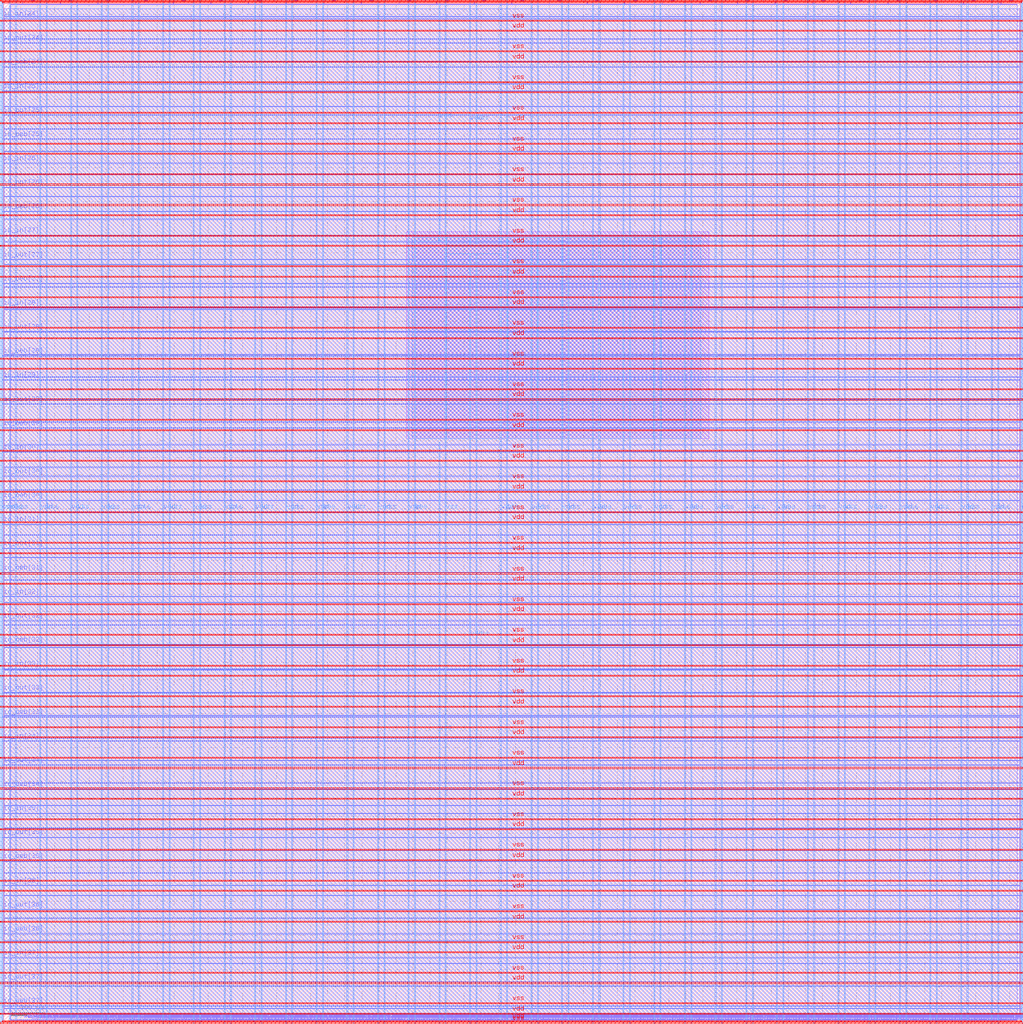
<source format=lef>
VERSION 5.7 ;
  NOWIREEXTENSIONATPIN ON ;
  DIVIDERCHAR "/" ;
  BUSBITCHARS "[]" ;
MACRO user_project_wrapper
  CLASS BLOCK ;
  FOREIGN user_project_wrapper ;
  ORIGIN 0.000 0.000 ;
  SIZE 2980.200 BY 2980.200 ;
  PIN io_in[0]
    DIRECTION INPUT ;
    USE SIGNAL ;
    PORT
      LAYER Metal3 ;
        RECT 2977.800 35.560 2985.000 36.680 ;
    END
  END io_in[0]
  PIN io_in[10]
    DIRECTION INPUT ;
    USE SIGNAL ;
    PORT
      LAYER Metal3 ;
        RECT 2977.800 2017.960 2985.000 2019.080 ;
    END
  END io_in[10]
  PIN io_in[11]
    DIRECTION INPUT ;
    USE SIGNAL ;
    PORT
      LAYER Metal3 ;
        RECT 2977.800 2216.200 2985.000 2217.320 ;
    END
  END io_in[11]
  PIN io_in[12]
    DIRECTION INPUT ;
    USE SIGNAL ;
    PORT
      LAYER Metal3 ;
        RECT 2977.800 2414.440 2985.000 2415.560 ;
    END
  END io_in[12]
  PIN io_in[13]
    DIRECTION INPUT ;
    USE SIGNAL ;
    PORT
      LAYER Metal3 ;
        RECT 2977.800 2612.680 2985.000 2613.800 ;
    END
  END io_in[13]
  PIN io_in[14]
    DIRECTION INPUT ;
    USE SIGNAL ;
    PORT
      LAYER Metal3 ;
        RECT 2977.800 2810.920 2985.000 2812.040 ;
    END
  END io_in[14]
  PIN io_in[15]
    DIRECTION INPUT ;
    USE SIGNAL ;
    PORT
      LAYER Metal2 ;
        RECT 2923.480 2977.800 2924.600 2985.000 ;
    END
  END io_in[15]
  PIN io_in[16]
    DIRECTION INPUT ;
    USE SIGNAL ;
    PORT
      LAYER Metal2 ;
        RECT 2592.520 2977.800 2593.640 2985.000 ;
    END
  END io_in[16]
  PIN io_in[17]
    DIRECTION INPUT ;
    USE SIGNAL ;
    PORT
      LAYER Metal2 ;
        RECT 2261.560 2977.800 2262.680 2985.000 ;
    END
  END io_in[17]
  PIN io_in[18]
    DIRECTION INPUT ;
    USE SIGNAL ;
    PORT
      LAYER Metal2 ;
        RECT 1930.600 2977.800 1931.720 2985.000 ;
    END
  END io_in[18]
  PIN io_in[19]
    DIRECTION INPUT ;
    USE SIGNAL ;
    PORT
      LAYER Metal2 ;
        RECT 1599.640 2977.800 1600.760 2985.000 ;
    END
  END io_in[19]
  PIN io_in[1]
    DIRECTION INPUT ;
    USE SIGNAL ;
    PORT
      LAYER Metal3 ;
        RECT 2977.800 233.800 2985.000 234.920 ;
    END
  END io_in[1]
  PIN io_in[20]
    DIRECTION INPUT ;
    USE SIGNAL ;
    PORT
      LAYER Metal2 ;
        RECT 1268.680 2977.800 1269.800 2985.000 ;
    END
  END io_in[20]
  PIN io_in[21]
    DIRECTION INPUT ;
    USE SIGNAL ;
    PORT
      LAYER Metal2 ;
        RECT 937.720 2977.800 938.840 2985.000 ;
    END
  END io_in[21]
  PIN io_in[22]
    DIRECTION INPUT ;
    USE SIGNAL ;
    PORT
      LAYER Metal2 ;
        RECT 606.760 2977.800 607.880 2985.000 ;
    END
  END io_in[22]
  PIN io_in[23]
    DIRECTION INPUT ;
    USE SIGNAL ;
    PORT
      LAYER Metal2 ;
        RECT 275.800 2977.800 276.920 2985.000 ;
    END
  END io_in[23]
  PIN io_in[24]
    DIRECTION INPUT ;
    USE SIGNAL ;
    PORT
      LAYER Metal3 ;
        RECT -4.800 2935.800 2.400 2936.920 ;
    END
  END io_in[24]
  PIN io_in[25]
    DIRECTION INPUT ;
    USE SIGNAL ;
    PORT
      LAYER Metal3 ;
        RECT -4.800 2724.120 2.400 2725.240 ;
    END
  END io_in[25]
  PIN io_in[26]
    DIRECTION INPUT ;
    USE SIGNAL ;
    PORT
      LAYER Metal3 ;
        RECT -4.800 2512.440 2.400 2513.560 ;
    END
  END io_in[26]
  PIN io_in[27]
    DIRECTION INPUT ;
    USE SIGNAL ;
    PORT
      LAYER Metal3 ;
        RECT -4.800 2300.760 2.400 2301.880 ;
    END
  END io_in[27]
  PIN io_in[28]
    DIRECTION INPUT ;
    USE SIGNAL ;
    PORT
      LAYER Metal3 ;
        RECT -4.800 2089.080 2.400 2090.200 ;
    END
  END io_in[28]
  PIN io_in[29]
    DIRECTION INPUT ;
    USE SIGNAL ;
    PORT
      LAYER Metal3 ;
        RECT -4.800 1877.400 2.400 1878.520 ;
    END
  END io_in[29]
  PIN io_in[2]
    DIRECTION INPUT ;
    USE SIGNAL ;
    PORT
      LAYER Metal3 ;
        RECT 2977.800 432.040 2985.000 433.160 ;
    END
  END io_in[2]
  PIN io_in[30]
    DIRECTION INPUT ;
    USE SIGNAL ;
    PORT
      LAYER Metal3 ;
        RECT -4.800 1665.720 2.400 1666.840 ;
    END
  END io_in[30]
  PIN io_in[31]
    DIRECTION INPUT ;
    USE SIGNAL ;
    PORT
      LAYER Metal3 ;
        RECT -4.800 1454.040 2.400 1455.160 ;
    END
  END io_in[31]
  PIN io_in[32]
    DIRECTION INPUT ;
    USE SIGNAL ;
    PORT
      LAYER Metal3 ;
        RECT -4.800 1242.360 2.400 1243.480 ;
    END
  END io_in[32]
  PIN io_in[33]
    DIRECTION INPUT ;
    USE SIGNAL ;
    PORT
      LAYER Metal3 ;
        RECT -4.800 1030.680 2.400 1031.800 ;
    END
  END io_in[33]
  PIN io_in[34]
    DIRECTION INPUT ;
    USE SIGNAL ;
    PORT
      LAYER Metal3 ;
        RECT -4.800 819.000 2.400 820.120 ;
    END
  END io_in[34]
  PIN io_in[35]
    DIRECTION INPUT ;
    USE SIGNAL ;
    PORT
      LAYER Metal3 ;
        RECT -4.800 607.320 2.400 608.440 ;
    END
  END io_in[35]
  PIN io_in[36]
    DIRECTION INPUT ;
    USE SIGNAL ;
    PORT
      LAYER Metal3 ;
        RECT -4.800 395.640 2.400 396.760 ;
    END
  END io_in[36]
  PIN io_in[37]
    DIRECTION INPUT ;
    USE SIGNAL ;
    PORT
      LAYER Metal3 ;
        RECT -4.800 183.960 2.400 185.080 ;
    END
  END io_in[37]
  PIN io_in[3]
    DIRECTION INPUT ;
    USE SIGNAL ;
    PORT
      LAYER Metal3 ;
        RECT 2977.800 630.280 2985.000 631.400 ;
    END
  END io_in[3]
  PIN io_in[4]
    DIRECTION INPUT ;
    USE SIGNAL ;
    PORT
      LAYER Metal3 ;
        RECT 2977.800 828.520 2985.000 829.640 ;
    END
  END io_in[4]
  PIN io_in[5]
    DIRECTION INPUT ;
    USE SIGNAL ;
    PORT
      LAYER Metal3 ;
        RECT 2977.800 1026.760 2985.000 1027.880 ;
    END
  END io_in[5]
  PIN io_in[6]
    DIRECTION INPUT ;
    USE SIGNAL ;
    PORT
      LAYER Metal3 ;
        RECT 2977.800 1225.000 2985.000 1226.120 ;
    END
  END io_in[6]
  PIN io_in[7]
    DIRECTION INPUT ;
    USE SIGNAL ;
    PORT
      LAYER Metal3 ;
        RECT 2977.800 1423.240 2985.000 1424.360 ;
    END
  END io_in[7]
  PIN io_in[8]
    DIRECTION INPUT ;
    USE SIGNAL ;
    PORT
      LAYER Metal3 ;
        RECT 2977.800 1621.480 2985.000 1622.600 ;
    END
  END io_in[8]
  PIN io_in[9]
    DIRECTION INPUT ;
    USE SIGNAL ;
    PORT
      LAYER Metal3 ;
        RECT 2977.800 1819.720 2985.000 1820.840 ;
    END
  END io_in[9]
  PIN io_oeb[0]
    DIRECTION OUTPUT TRISTATE ;
    USE SIGNAL ;
    PORT
      LAYER Metal3 ;
        RECT 2977.800 167.720 2985.000 168.840 ;
    END
  END io_oeb[0]
  PIN io_oeb[10]
    DIRECTION OUTPUT TRISTATE ;
    USE SIGNAL ;
    PORT
      LAYER Metal3 ;
        RECT 2977.800 2150.120 2985.000 2151.240 ;
    END
  END io_oeb[10]
  PIN io_oeb[11]
    DIRECTION OUTPUT TRISTATE ;
    USE SIGNAL ;
    PORT
      LAYER Metal3 ;
        RECT 2977.800 2348.360 2985.000 2349.480 ;
    END
  END io_oeb[11]
  PIN io_oeb[12]
    DIRECTION OUTPUT TRISTATE ;
    USE SIGNAL ;
    PORT
      LAYER Metal3 ;
        RECT 2977.800 2546.600 2985.000 2547.720 ;
    END
  END io_oeb[12]
  PIN io_oeb[13]
    DIRECTION OUTPUT TRISTATE ;
    USE SIGNAL ;
    PORT
      LAYER Metal3 ;
        RECT 2977.800 2744.840 2985.000 2745.960 ;
    END
  END io_oeb[13]
  PIN io_oeb[14]
    DIRECTION OUTPUT TRISTATE ;
    USE SIGNAL ;
    PORT
      LAYER Metal3 ;
        RECT 2977.800 2943.080 2985.000 2944.200 ;
    END
  END io_oeb[14]
  PIN io_oeb[15]
    DIRECTION OUTPUT TRISTATE ;
    USE SIGNAL ;
    PORT
      LAYER Metal2 ;
        RECT 2702.840 2977.800 2703.960 2985.000 ;
    END
  END io_oeb[15]
  PIN io_oeb[16]
    DIRECTION OUTPUT TRISTATE ;
    USE SIGNAL ;
    PORT
      LAYER Metal2 ;
        RECT 2371.880 2977.800 2373.000 2985.000 ;
    END
  END io_oeb[16]
  PIN io_oeb[17]
    DIRECTION OUTPUT TRISTATE ;
    USE SIGNAL ;
    PORT
      LAYER Metal2 ;
        RECT 2040.920 2977.800 2042.040 2985.000 ;
    END
  END io_oeb[17]
  PIN io_oeb[18]
    DIRECTION OUTPUT TRISTATE ;
    USE SIGNAL ;
    PORT
      LAYER Metal2 ;
        RECT 1709.960 2977.800 1711.080 2985.000 ;
    END
  END io_oeb[18]
  PIN io_oeb[19]
    DIRECTION OUTPUT TRISTATE ;
    USE SIGNAL ;
    PORT
      LAYER Metal2 ;
        RECT 1379.000 2977.800 1380.120 2985.000 ;
    END
  END io_oeb[19]
  PIN io_oeb[1]
    DIRECTION OUTPUT TRISTATE ;
    USE SIGNAL ;
    PORT
      LAYER Metal3 ;
        RECT 2977.800 365.960 2985.000 367.080 ;
    END
  END io_oeb[1]
  PIN io_oeb[20]
    DIRECTION OUTPUT TRISTATE ;
    USE SIGNAL ;
    PORT
      LAYER Metal2 ;
        RECT 1048.040 2977.800 1049.160 2985.000 ;
    END
  END io_oeb[20]
  PIN io_oeb[21]
    DIRECTION OUTPUT TRISTATE ;
    USE SIGNAL ;
    PORT
      LAYER Metal2 ;
        RECT 717.080 2977.800 718.200 2985.000 ;
    END
  END io_oeb[21]
  PIN io_oeb[22]
    DIRECTION OUTPUT TRISTATE ;
    USE SIGNAL ;
    PORT
      LAYER Metal2 ;
        RECT 386.120 2977.800 387.240 2985.000 ;
    END
  END io_oeb[22]
  PIN io_oeb[23]
    DIRECTION OUTPUT TRISTATE ;
    USE SIGNAL ;
    PORT
      LAYER Metal2 ;
        RECT 55.160 2977.800 56.280 2985.000 ;
    END
  END io_oeb[23]
  PIN io_oeb[24]
    DIRECTION OUTPUT TRISTATE ;
    USE SIGNAL ;
    PORT
      LAYER Metal3 ;
        RECT -4.800 2794.680 2.400 2795.800 ;
    END
  END io_oeb[24]
  PIN io_oeb[25]
    DIRECTION OUTPUT TRISTATE ;
    USE SIGNAL ;
    PORT
      LAYER Metal3 ;
        RECT -4.800 2583.000 2.400 2584.120 ;
    END
  END io_oeb[25]
  PIN io_oeb[26]
    DIRECTION OUTPUT TRISTATE ;
    USE SIGNAL ;
    PORT
      LAYER Metal3 ;
        RECT -4.800 2371.320 2.400 2372.440 ;
    END
  END io_oeb[26]
  PIN io_oeb[27]
    DIRECTION OUTPUT TRISTATE ;
    USE SIGNAL ;
    PORT
      LAYER Metal3 ;
        RECT -4.800 2159.640 2.400 2160.760 ;
    END
  END io_oeb[27]
  PIN io_oeb[28]
    DIRECTION OUTPUT TRISTATE ;
    USE SIGNAL ;
    PORT
      LAYER Metal3 ;
        RECT -4.800 1947.960 2.400 1949.080 ;
    END
  END io_oeb[28]
  PIN io_oeb[29]
    DIRECTION OUTPUT TRISTATE ;
    USE SIGNAL ;
    PORT
      LAYER Metal3 ;
        RECT -4.800 1736.280 2.400 1737.400 ;
    END
  END io_oeb[29]
  PIN io_oeb[2]
    DIRECTION OUTPUT TRISTATE ;
    USE SIGNAL ;
    PORT
      LAYER Metal3 ;
        RECT 2977.800 564.200 2985.000 565.320 ;
    END
  END io_oeb[2]
  PIN io_oeb[30]
    DIRECTION OUTPUT TRISTATE ;
    USE SIGNAL ;
    PORT
      LAYER Metal3 ;
        RECT -4.800 1524.600 2.400 1525.720 ;
    END
  END io_oeb[30]
  PIN io_oeb[31]
    DIRECTION OUTPUT TRISTATE ;
    USE SIGNAL ;
    PORT
      LAYER Metal3 ;
        RECT -4.800 1312.920 2.400 1314.040 ;
    END
  END io_oeb[31]
  PIN io_oeb[32]
    DIRECTION OUTPUT TRISTATE ;
    USE SIGNAL ;
    PORT
      LAYER Metal3 ;
        RECT -4.800 1101.240 2.400 1102.360 ;
    END
  END io_oeb[32]
  PIN io_oeb[33]
    DIRECTION OUTPUT TRISTATE ;
    USE SIGNAL ;
    PORT
      LAYER Metal3 ;
        RECT -4.800 889.560 2.400 890.680 ;
    END
  END io_oeb[33]
  PIN io_oeb[34]
    DIRECTION OUTPUT TRISTATE ;
    USE SIGNAL ;
    PORT
      LAYER Metal3 ;
        RECT -4.800 677.880 2.400 679.000 ;
    END
  END io_oeb[34]
  PIN io_oeb[35]
    DIRECTION OUTPUT TRISTATE ;
    USE SIGNAL ;
    PORT
      LAYER Metal3 ;
        RECT -4.800 466.200 2.400 467.320 ;
    END
  END io_oeb[35]
  PIN io_oeb[36]
    DIRECTION OUTPUT TRISTATE ;
    USE SIGNAL ;
    PORT
      LAYER Metal3 ;
        RECT -4.800 254.520 2.400 255.640 ;
    END
  END io_oeb[36]
  PIN io_oeb[37]
    DIRECTION OUTPUT TRISTATE ;
    USE SIGNAL ;
    PORT
      LAYER Metal3 ;
        RECT -4.800 42.840 2.400 43.960 ;
    END
  END io_oeb[37]
  PIN io_oeb[3]
    DIRECTION OUTPUT TRISTATE ;
    USE SIGNAL ;
    PORT
      LAYER Metal3 ;
        RECT 2977.800 762.440 2985.000 763.560 ;
    END
  END io_oeb[3]
  PIN io_oeb[4]
    DIRECTION OUTPUT TRISTATE ;
    USE SIGNAL ;
    PORT
      LAYER Metal3 ;
        RECT 2977.800 960.680 2985.000 961.800 ;
    END
  END io_oeb[4]
  PIN io_oeb[5]
    DIRECTION OUTPUT TRISTATE ;
    USE SIGNAL ;
    PORT
      LAYER Metal3 ;
        RECT 2977.800 1158.920 2985.000 1160.040 ;
    END
  END io_oeb[5]
  PIN io_oeb[6]
    DIRECTION OUTPUT TRISTATE ;
    USE SIGNAL ;
    PORT
      LAYER Metal3 ;
        RECT 2977.800 1357.160 2985.000 1358.280 ;
    END
  END io_oeb[6]
  PIN io_oeb[7]
    DIRECTION OUTPUT TRISTATE ;
    USE SIGNAL ;
    PORT
      LAYER Metal3 ;
        RECT 2977.800 1555.400 2985.000 1556.520 ;
    END
  END io_oeb[7]
  PIN io_oeb[8]
    DIRECTION OUTPUT TRISTATE ;
    USE SIGNAL ;
    PORT
      LAYER Metal3 ;
        RECT 2977.800 1753.640 2985.000 1754.760 ;
    END
  END io_oeb[8]
  PIN io_oeb[9]
    DIRECTION OUTPUT TRISTATE ;
    USE SIGNAL ;
    PORT
      LAYER Metal3 ;
        RECT 2977.800 1951.880 2985.000 1953.000 ;
    END
  END io_oeb[9]
  PIN io_out[0]
    DIRECTION OUTPUT TRISTATE ;
    USE SIGNAL ;
    PORT
      LAYER Metal3 ;
        RECT 2977.800 101.640 2985.000 102.760 ;
    END
  END io_out[0]
  PIN io_out[10]
    DIRECTION OUTPUT TRISTATE ;
    USE SIGNAL ;
    PORT
      LAYER Metal3 ;
        RECT 2977.800 2084.040 2985.000 2085.160 ;
    END
  END io_out[10]
  PIN io_out[11]
    DIRECTION OUTPUT TRISTATE ;
    USE SIGNAL ;
    PORT
      LAYER Metal3 ;
        RECT 2977.800 2282.280 2985.000 2283.400 ;
    END
  END io_out[11]
  PIN io_out[12]
    DIRECTION OUTPUT TRISTATE ;
    USE SIGNAL ;
    PORT
      LAYER Metal3 ;
        RECT 2977.800 2480.520 2985.000 2481.640 ;
    END
  END io_out[12]
  PIN io_out[13]
    DIRECTION OUTPUT TRISTATE ;
    USE SIGNAL ;
    PORT
      LAYER Metal3 ;
        RECT 2977.800 2678.760 2985.000 2679.880 ;
    END
  END io_out[13]
  PIN io_out[14]
    DIRECTION OUTPUT TRISTATE ;
    USE SIGNAL ;
    PORT
      LAYER Metal3 ;
        RECT 2977.800 2877.000 2985.000 2878.120 ;
    END
  END io_out[14]
  PIN io_out[15]
    DIRECTION OUTPUT TRISTATE ;
    USE SIGNAL ;
    PORT
      LAYER Metal2 ;
        RECT 2813.160 2977.800 2814.280 2985.000 ;
    END
  END io_out[15]
  PIN io_out[16]
    DIRECTION OUTPUT TRISTATE ;
    USE SIGNAL ;
    PORT
      LAYER Metal2 ;
        RECT 2482.200 2977.800 2483.320 2985.000 ;
    END
  END io_out[16]
  PIN io_out[17]
    DIRECTION OUTPUT TRISTATE ;
    USE SIGNAL ;
    PORT
      LAYER Metal2 ;
        RECT 2151.240 2977.800 2152.360 2985.000 ;
    END
  END io_out[17]
  PIN io_out[18]
    DIRECTION OUTPUT TRISTATE ;
    USE SIGNAL ;
    PORT
      LAYER Metal2 ;
        RECT 1820.280 2977.800 1821.400 2985.000 ;
    END
  END io_out[18]
  PIN io_out[19]
    DIRECTION OUTPUT TRISTATE ;
    USE SIGNAL ;
    PORT
      LAYER Metal2 ;
        RECT 1489.320 2977.800 1490.440 2985.000 ;
    END
  END io_out[19]
  PIN io_out[1]
    DIRECTION OUTPUT TRISTATE ;
    USE SIGNAL ;
    PORT
      LAYER Metal3 ;
        RECT 2977.800 299.880 2985.000 301.000 ;
    END
  END io_out[1]
  PIN io_out[20]
    DIRECTION OUTPUT TRISTATE ;
    USE SIGNAL ;
    PORT
      LAYER Metal2 ;
        RECT 1158.360 2977.800 1159.480 2985.000 ;
    END
  END io_out[20]
  PIN io_out[21]
    DIRECTION OUTPUT TRISTATE ;
    USE SIGNAL ;
    PORT
      LAYER Metal2 ;
        RECT 827.400 2977.800 828.520 2985.000 ;
    END
  END io_out[21]
  PIN io_out[22]
    DIRECTION OUTPUT TRISTATE ;
    USE SIGNAL ;
    PORT
      LAYER Metal2 ;
        RECT 496.440 2977.800 497.560 2985.000 ;
    END
  END io_out[22]
  PIN io_out[23]
    DIRECTION OUTPUT TRISTATE ;
    USE SIGNAL ;
    PORT
      LAYER Metal2 ;
        RECT 165.480 2977.800 166.600 2985.000 ;
    END
  END io_out[23]
  PIN io_out[24]
    DIRECTION OUTPUT TRISTATE ;
    USE SIGNAL ;
    PORT
      LAYER Metal3 ;
        RECT -4.800 2865.240 2.400 2866.360 ;
    END
  END io_out[24]
  PIN io_out[25]
    DIRECTION OUTPUT TRISTATE ;
    USE SIGNAL ;
    PORT
      LAYER Metal3 ;
        RECT -4.800 2653.560 2.400 2654.680 ;
    END
  END io_out[25]
  PIN io_out[26]
    DIRECTION OUTPUT TRISTATE ;
    USE SIGNAL ;
    PORT
      LAYER Metal3 ;
        RECT -4.800 2441.880 2.400 2443.000 ;
    END
  END io_out[26]
  PIN io_out[27]
    DIRECTION OUTPUT TRISTATE ;
    USE SIGNAL ;
    PORT
      LAYER Metal3 ;
        RECT -4.800 2230.200 2.400 2231.320 ;
    END
  END io_out[27]
  PIN io_out[28]
    DIRECTION OUTPUT TRISTATE ;
    USE SIGNAL ;
    PORT
      LAYER Metal3 ;
        RECT -4.800 2018.520 2.400 2019.640 ;
    END
  END io_out[28]
  PIN io_out[29]
    DIRECTION OUTPUT TRISTATE ;
    USE SIGNAL ;
    PORT
      LAYER Metal3 ;
        RECT -4.800 1806.840 2.400 1807.960 ;
    END
  END io_out[29]
  PIN io_out[2]
    DIRECTION OUTPUT TRISTATE ;
    USE SIGNAL ;
    PORT
      LAYER Metal3 ;
        RECT 2977.800 498.120 2985.000 499.240 ;
    END
  END io_out[2]
  PIN io_out[30]
    DIRECTION OUTPUT TRISTATE ;
    USE SIGNAL ;
    PORT
      LAYER Metal3 ;
        RECT -4.800 1595.160 2.400 1596.280 ;
    END
  END io_out[30]
  PIN io_out[31]
    DIRECTION OUTPUT TRISTATE ;
    USE SIGNAL ;
    PORT
      LAYER Metal3 ;
        RECT -4.800 1383.480 2.400 1384.600 ;
    END
  END io_out[31]
  PIN io_out[32]
    DIRECTION OUTPUT TRISTATE ;
    USE SIGNAL ;
    PORT
      LAYER Metal3 ;
        RECT -4.800 1171.800 2.400 1172.920 ;
    END
  END io_out[32]
  PIN io_out[33]
    DIRECTION OUTPUT TRISTATE ;
    USE SIGNAL ;
    PORT
      LAYER Metal3 ;
        RECT -4.800 960.120 2.400 961.240 ;
    END
  END io_out[33]
  PIN io_out[34]
    DIRECTION OUTPUT TRISTATE ;
    USE SIGNAL ;
    PORT
      LAYER Metal3 ;
        RECT -4.800 748.440 2.400 749.560 ;
    END
  END io_out[34]
  PIN io_out[35]
    DIRECTION OUTPUT TRISTATE ;
    USE SIGNAL ;
    PORT
      LAYER Metal3 ;
        RECT -4.800 536.760 2.400 537.880 ;
    END
  END io_out[35]
  PIN io_out[36]
    DIRECTION OUTPUT TRISTATE ;
    USE SIGNAL ;
    PORT
      LAYER Metal3 ;
        RECT -4.800 325.080 2.400 326.200 ;
    END
  END io_out[36]
  PIN io_out[37]
    DIRECTION OUTPUT TRISTATE ;
    USE SIGNAL ;
    PORT
      LAYER Metal3 ;
        RECT -4.800 113.400 2.400 114.520 ;
    END
  END io_out[37]
  PIN io_out[3]
    DIRECTION OUTPUT TRISTATE ;
    USE SIGNAL ;
    PORT
      LAYER Metal3 ;
        RECT 2977.800 696.360 2985.000 697.480 ;
    END
  END io_out[3]
  PIN io_out[4]
    DIRECTION OUTPUT TRISTATE ;
    USE SIGNAL ;
    PORT
      LAYER Metal3 ;
        RECT 2977.800 894.600 2985.000 895.720 ;
    END
  END io_out[4]
  PIN io_out[5]
    DIRECTION OUTPUT TRISTATE ;
    USE SIGNAL ;
    PORT
      LAYER Metal3 ;
        RECT 2977.800 1092.840 2985.000 1093.960 ;
    END
  END io_out[5]
  PIN io_out[6]
    DIRECTION OUTPUT TRISTATE ;
    USE SIGNAL ;
    PORT
      LAYER Metal3 ;
        RECT 2977.800 1291.080 2985.000 1292.200 ;
    END
  END io_out[6]
  PIN io_out[7]
    DIRECTION OUTPUT TRISTATE ;
    USE SIGNAL ;
    PORT
      LAYER Metal3 ;
        RECT 2977.800 1489.320 2985.000 1490.440 ;
    END
  END io_out[7]
  PIN io_out[8]
    DIRECTION OUTPUT TRISTATE ;
    USE SIGNAL ;
    PORT
      LAYER Metal3 ;
        RECT 2977.800 1687.560 2985.000 1688.680 ;
    END
  END io_out[8]
  PIN io_out[9]
    DIRECTION OUTPUT TRISTATE ;
    USE SIGNAL ;
    PORT
      LAYER Metal3 ;
        RECT 2977.800 1885.800 2985.000 1886.920 ;
    END
  END io_out[9]
  PIN la_data_in[0]
    DIRECTION INPUT ;
    USE SIGNAL ;
    PORT
      LAYER Metal2 ;
        RECT 1065.960 -4.800 1067.080 2.400 ;
    END
  END la_data_in[0]
  PIN la_data_in[10]
    DIRECTION INPUT ;
    USE SIGNAL ;
    PORT
      LAYER Metal2 ;
        RECT 1351.560 -4.800 1352.680 2.400 ;
    END
  END la_data_in[10]
  PIN la_data_in[11]
    DIRECTION INPUT ;
    USE SIGNAL ;
    PORT
      LAYER Metal2 ;
        RECT 1380.120 -4.800 1381.240 2.400 ;
    END
  END la_data_in[11]
  PIN la_data_in[12]
    DIRECTION INPUT ;
    USE SIGNAL ;
    PORT
      LAYER Metal2 ;
        RECT 1408.680 -4.800 1409.800 2.400 ;
    END
  END la_data_in[12]
  PIN la_data_in[13]
    DIRECTION INPUT ;
    USE SIGNAL ;
    PORT
      LAYER Metal2 ;
        RECT 1437.240 -4.800 1438.360 2.400 ;
    END
  END la_data_in[13]
  PIN la_data_in[14]
    DIRECTION INPUT ;
    USE SIGNAL ;
    PORT
      LAYER Metal2 ;
        RECT 1465.800 -4.800 1466.920 2.400 ;
    END
  END la_data_in[14]
  PIN la_data_in[15]
    DIRECTION INPUT ;
    USE SIGNAL ;
    PORT
      LAYER Metal2 ;
        RECT 1494.360 -4.800 1495.480 2.400 ;
    END
  END la_data_in[15]
  PIN la_data_in[16]
    DIRECTION INPUT ;
    USE SIGNAL ;
    PORT
      LAYER Metal2 ;
        RECT 1522.920 -4.800 1524.040 2.400 ;
    END
  END la_data_in[16]
  PIN la_data_in[17]
    DIRECTION INPUT ;
    USE SIGNAL ;
    PORT
      LAYER Metal2 ;
        RECT 1551.480 -4.800 1552.600 2.400 ;
    END
  END la_data_in[17]
  PIN la_data_in[18]
    DIRECTION INPUT ;
    USE SIGNAL ;
    PORT
      LAYER Metal2 ;
        RECT 1580.040 -4.800 1581.160 2.400 ;
    END
  END la_data_in[18]
  PIN la_data_in[19]
    DIRECTION INPUT ;
    USE SIGNAL ;
    PORT
      LAYER Metal2 ;
        RECT 1608.600 -4.800 1609.720 2.400 ;
    END
  END la_data_in[19]
  PIN la_data_in[1]
    DIRECTION INPUT ;
    USE SIGNAL ;
    PORT
      LAYER Metal2 ;
        RECT 1094.520 -4.800 1095.640 2.400 ;
    END
  END la_data_in[1]
  PIN la_data_in[20]
    DIRECTION INPUT ;
    USE SIGNAL ;
    PORT
      LAYER Metal2 ;
        RECT 1637.160 -4.800 1638.280 2.400 ;
    END
  END la_data_in[20]
  PIN la_data_in[21]
    DIRECTION INPUT ;
    USE SIGNAL ;
    PORT
      LAYER Metal2 ;
        RECT 1665.720 -4.800 1666.840 2.400 ;
    END
  END la_data_in[21]
  PIN la_data_in[22]
    DIRECTION INPUT ;
    USE SIGNAL ;
    PORT
      LAYER Metal2 ;
        RECT 1694.280 -4.800 1695.400 2.400 ;
    END
  END la_data_in[22]
  PIN la_data_in[23]
    DIRECTION INPUT ;
    USE SIGNAL ;
    PORT
      LAYER Metal2 ;
        RECT 1722.840 -4.800 1723.960 2.400 ;
    END
  END la_data_in[23]
  PIN la_data_in[24]
    DIRECTION INPUT ;
    USE SIGNAL ;
    PORT
      LAYER Metal2 ;
        RECT 1751.400 -4.800 1752.520 2.400 ;
    END
  END la_data_in[24]
  PIN la_data_in[25]
    DIRECTION INPUT ;
    USE SIGNAL ;
    PORT
      LAYER Metal2 ;
        RECT 1779.960 -4.800 1781.080 2.400 ;
    END
  END la_data_in[25]
  PIN la_data_in[26]
    DIRECTION INPUT ;
    USE SIGNAL ;
    PORT
      LAYER Metal2 ;
        RECT 1808.520 -4.800 1809.640 2.400 ;
    END
  END la_data_in[26]
  PIN la_data_in[27]
    DIRECTION INPUT ;
    USE SIGNAL ;
    PORT
      LAYER Metal2 ;
        RECT 1837.080 -4.800 1838.200 2.400 ;
    END
  END la_data_in[27]
  PIN la_data_in[28]
    DIRECTION INPUT ;
    USE SIGNAL ;
    PORT
      LAYER Metal2 ;
        RECT 1865.640 -4.800 1866.760 2.400 ;
    END
  END la_data_in[28]
  PIN la_data_in[29]
    DIRECTION INPUT ;
    USE SIGNAL ;
    PORT
      LAYER Metal2 ;
        RECT 1894.200 -4.800 1895.320 2.400 ;
    END
  END la_data_in[29]
  PIN la_data_in[2]
    DIRECTION INPUT ;
    USE SIGNAL ;
    PORT
      LAYER Metal2 ;
        RECT 1123.080 -4.800 1124.200 2.400 ;
    END
  END la_data_in[2]
  PIN la_data_in[30]
    DIRECTION INPUT ;
    USE SIGNAL ;
    PORT
      LAYER Metal2 ;
        RECT 1922.760 -4.800 1923.880 2.400 ;
    END
  END la_data_in[30]
  PIN la_data_in[31]
    DIRECTION INPUT ;
    USE SIGNAL ;
    PORT
      LAYER Metal2 ;
        RECT 1951.320 -4.800 1952.440 2.400 ;
    END
  END la_data_in[31]
  PIN la_data_in[32]
    DIRECTION INPUT ;
    USE SIGNAL ;
    PORT
      LAYER Metal2 ;
        RECT 1979.880 -4.800 1981.000 2.400 ;
    END
  END la_data_in[32]
  PIN la_data_in[33]
    DIRECTION INPUT ;
    USE SIGNAL ;
    PORT
      LAYER Metal2 ;
        RECT 2008.440 -4.800 2009.560 2.400 ;
    END
  END la_data_in[33]
  PIN la_data_in[34]
    DIRECTION INPUT ;
    USE SIGNAL ;
    PORT
      LAYER Metal2 ;
        RECT 2037.000 -4.800 2038.120 2.400 ;
    END
  END la_data_in[34]
  PIN la_data_in[35]
    DIRECTION INPUT ;
    USE SIGNAL ;
    PORT
      LAYER Metal2 ;
        RECT 2065.560 -4.800 2066.680 2.400 ;
    END
  END la_data_in[35]
  PIN la_data_in[36]
    DIRECTION INPUT ;
    USE SIGNAL ;
    PORT
      LAYER Metal2 ;
        RECT 2094.120 -4.800 2095.240 2.400 ;
    END
  END la_data_in[36]
  PIN la_data_in[37]
    DIRECTION INPUT ;
    USE SIGNAL ;
    PORT
      LAYER Metal2 ;
        RECT 2122.680 -4.800 2123.800 2.400 ;
    END
  END la_data_in[37]
  PIN la_data_in[38]
    DIRECTION INPUT ;
    USE SIGNAL ;
    PORT
      LAYER Metal2 ;
        RECT 2151.240 -4.800 2152.360 2.400 ;
    END
  END la_data_in[38]
  PIN la_data_in[39]
    DIRECTION INPUT ;
    USE SIGNAL ;
    PORT
      LAYER Metal2 ;
        RECT 2179.800 -4.800 2180.920 2.400 ;
    END
  END la_data_in[39]
  PIN la_data_in[3]
    DIRECTION INPUT ;
    USE SIGNAL ;
    PORT
      LAYER Metal2 ;
        RECT 1151.640 -4.800 1152.760 2.400 ;
    END
  END la_data_in[3]
  PIN la_data_in[40]
    DIRECTION INPUT ;
    USE SIGNAL ;
    PORT
      LAYER Metal2 ;
        RECT 2208.360 -4.800 2209.480 2.400 ;
    END
  END la_data_in[40]
  PIN la_data_in[41]
    DIRECTION INPUT ;
    USE SIGNAL ;
    PORT
      LAYER Metal2 ;
        RECT 2236.920 -4.800 2238.040 2.400 ;
    END
  END la_data_in[41]
  PIN la_data_in[42]
    DIRECTION INPUT ;
    USE SIGNAL ;
    PORT
      LAYER Metal2 ;
        RECT 2265.480 -4.800 2266.600 2.400 ;
    END
  END la_data_in[42]
  PIN la_data_in[43]
    DIRECTION INPUT ;
    USE SIGNAL ;
    PORT
      LAYER Metal2 ;
        RECT 2294.040 -4.800 2295.160 2.400 ;
    END
  END la_data_in[43]
  PIN la_data_in[44]
    DIRECTION INPUT ;
    USE SIGNAL ;
    PORT
      LAYER Metal2 ;
        RECT 2322.600 -4.800 2323.720 2.400 ;
    END
  END la_data_in[44]
  PIN la_data_in[45]
    DIRECTION INPUT ;
    USE SIGNAL ;
    PORT
      LAYER Metal2 ;
        RECT 2351.160 -4.800 2352.280 2.400 ;
    END
  END la_data_in[45]
  PIN la_data_in[46]
    DIRECTION INPUT ;
    USE SIGNAL ;
    PORT
      LAYER Metal2 ;
        RECT 2379.720 -4.800 2380.840 2.400 ;
    END
  END la_data_in[46]
  PIN la_data_in[47]
    DIRECTION INPUT ;
    USE SIGNAL ;
    PORT
      LAYER Metal2 ;
        RECT 2408.280 -4.800 2409.400 2.400 ;
    END
  END la_data_in[47]
  PIN la_data_in[48]
    DIRECTION INPUT ;
    USE SIGNAL ;
    PORT
      LAYER Metal2 ;
        RECT 2436.840 -4.800 2437.960 2.400 ;
    END
  END la_data_in[48]
  PIN la_data_in[49]
    DIRECTION INPUT ;
    USE SIGNAL ;
    PORT
      LAYER Metal2 ;
        RECT 2465.400 -4.800 2466.520 2.400 ;
    END
  END la_data_in[49]
  PIN la_data_in[4]
    DIRECTION INPUT ;
    USE SIGNAL ;
    PORT
      LAYER Metal2 ;
        RECT 1180.200 -4.800 1181.320 2.400 ;
    END
  END la_data_in[4]
  PIN la_data_in[50]
    DIRECTION INPUT ;
    USE SIGNAL ;
    PORT
      LAYER Metal2 ;
        RECT 2493.960 -4.800 2495.080 2.400 ;
    END
  END la_data_in[50]
  PIN la_data_in[51]
    DIRECTION INPUT ;
    USE SIGNAL ;
    PORT
      LAYER Metal2 ;
        RECT 2522.520 -4.800 2523.640 2.400 ;
    END
  END la_data_in[51]
  PIN la_data_in[52]
    DIRECTION INPUT ;
    USE SIGNAL ;
    PORT
      LAYER Metal2 ;
        RECT 2551.080 -4.800 2552.200 2.400 ;
    END
  END la_data_in[52]
  PIN la_data_in[53]
    DIRECTION INPUT ;
    USE SIGNAL ;
    PORT
      LAYER Metal2 ;
        RECT 2579.640 -4.800 2580.760 2.400 ;
    END
  END la_data_in[53]
  PIN la_data_in[54]
    DIRECTION INPUT ;
    USE SIGNAL ;
    PORT
      LAYER Metal2 ;
        RECT 2608.200 -4.800 2609.320 2.400 ;
    END
  END la_data_in[54]
  PIN la_data_in[55]
    DIRECTION INPUT ;
    USE SIGNAL ;
    PORT
      LAYER Metal2 ;
        RECT 2636.760 -4.800 2637.880 2.400 ;
    END
  END la_data_in[55]
  PIN la_data_in[56]
    DIRECTION INPUT ;
    USE SIGNAL ;
    PORT
      LAYER Metal2 ;
        RECT 2665.320 -4.800 2666.440 2.400 ;
    END
  END la_data_in[56]
  PIN la_data_in[57]
    DIRECTION INPUT ;
    USE SIGNAL ;
    PORT
      LAYER Metal2 ;
        RECT 2693.880 -4.800 2695.000 2.400 ;
    END
  END la_data_in[57]
  PIN la_data_in[58]
    DIRECTION INPUT ;
    USE SIGNAL ;
    PORT
      LAYER Metal2 ;
        RECT 2722.440 -4.800 2723.560 2.400 ;
    END
  END la_data_in[58]
  PIN la_data_in[59]
    DIRECTION INPUT ;
    USE SIGNAL ;
    PORT
      LAYER Metal2 ;
        RECT 2751.000 -4.800 2752.120 2.400 ;
    END
  END la_data_in[59]
  PIN la_data_in[5]
    DIRECTION INPUT ;
    USE SIGNAL ;
    PORT
      LAYER Metal2 ;
        RECT 1208.760 -4.800 1209.880 2.400 ;
    END
  END la_data_in[5]
  PIN la_data_in[60]
    DIRECTION INPUT ;
    USE SIGNAL ;
    PORT
      LAYER Metal2 ;
        RECT 2779.560 -4.800 2780.680 2.400 ;
    END
  END la_data_in[60]
  PIN la_data_in[61]
    DIRECTION INPUT ;
    USE SIGNAL ;
    PORT
      LAYER Metal2 ;
        RECT 2808.120 -4.800 2809.240 2.400 ;
    END
  END la_data_in[61]
  PIN la_data_in[62]
    DIRECTION INPUT ;
    USE SIGNAL ;
    PORT
      LAYER Metal2 ;
        RECT 2836.680 -4.800 2837.800 2.400 ;
    END
  END la_data_in[62]
  PIN la_data_in[63]
    DIRECTION INPUT ;
    USE SIGNAL ;
    PORT
      LAYER Metal2 ;
        RECT 2865.240 -4.800 2866.360 2.400 ;
    END
  END la_data_in[63]
  PIN la_data_in[6]
    DIRECTION INPUT ;
    USE SIGNAL ;
    PORT
      LAYER Metal2 ;
        RECT 1237.320 -4.800 1238.440 2.400 ;
    END
  END la_data_in[6]
  PIN la_data_in[7]
    DIRECTION INPUT ;
    USE SIGNAL ;
    PORT
      LAYER Metal2 ;
        RECT 1265.880 -4.800 1267.000 2.400 ;
    END
  END la_data_in[7]
  PIN la_data_in[8]
    DIRECTION INPUT ;
    USE SIGNAL ;
    PORT
      LAYER Metal2 ;
        RECT 1294.440 -4.800 1295.560 2.400 ;
    END
  END la_data_in[8]
  PIN la_data_in[9]
    DIRECTION INPUT ;
    USE SIGNAL ;
    PORT
      LAYER Metal2 ;
        RECT 1323.000 -4.800 1324.120 2.400 ;
    END
  END la_data_in[9]
  PIN la_data_out[0]
    DIRECTION OUTPUT TRISTATE ;
    USE SIGNAL ;
    PORT
      LAYER Metal2 ;
        RECT 1075.480 -4.800 1076.600 2.400 ;
    END
  END la_data_out[0]
  PIN la_data_out[10]
    DIRECTION OUTPUT TRISTATE ;
    USE SIGNAL ;
    PORT
      LAYER Metal2 ;
        RECT 1361.080 -4.800 1362.200 2.400 ;
    END
  END la_data_out[10]
  PIN la_data_out[11]
    DIRECTION OUTPUT TRISTATE ;
    USE SIGNAL ;
    PORT
      LAYER Metal2 ;
        RECT 1389.640 -4.800 1390.760 2.400 ;
    END
  END la_data_out[11]
  PIN la_data_out[12]
    DIRECTION OUTPUT TRISTATE ;
    USE SIGNAL ;
    PORT
      LAYER Metal2 ;
        RECT 1418.200 -4.800 1419.320 2.400 ;
    END
  END la_data_out[12]
  PIN la_data_out[13]
    DIRECTION OUTPUT TRISTATE ;
    USE SIGNAL ;
    PORT
      LAYER Metal2 ;
        RECT 1446.760 -4.800 1447.880 2.400 ;
    END
  END la_data_out[13]
  PIN la_data_out[14]
    DIRECTION OUTPUT TRISTATE ;
    USE SIGNAL ;
    PORT
      LAYER Metal2 ;
        RECT 1475.320 -4.800 1476.440 2.400 ;
    END
  END la_data_out[14]
  PIN la_data_out[15]
    DIRECTION OUTPUT TRISTATE ;
    USE SIGNAL ;
    PORT
      LAYER Metal2 ;
        RECT 1503.880 -4.800 1505.000 2.400 ;
    END
  END la_data_out[15]
  PIN la_data_out[16]
    DIRECTION OUTPUT TRISTATE ;
    USE SIGNAL ;
    PORT
      LAYER Metal2 ;
        RECT 1532.440 -4.800 1533.560 2.400 ;
    END
  END la_data_out[16]
  PIN la_data_out[17]
    DIRECTION OUTPUT TRISTATE ;
    USE SIGNAL ;
    PORT
      LAYER Metal2 ;
        RECT 1561.000 -4.800 1562.120 2.400 ;
    END
  END la_data_out[17]
  PIN la_data_out[18]
    DIRECTION OUTPUT TRISTATE ;
    USE SIGNAL ;
    PORT
      LAYER Metal2 ;
        RECT 1589.560 -4.800 1590.680 2.400 ;
    END
  END la_data_out[18]
  PIN la_data_out[19]
    DIRECTION OUTPUT TRISTATE ;
    USE SIGNAL ;
    PORT
      LAYER Metal2 ;
        RECT 1618.120 -4.800 1619.240 2.400 ;
    END
  END la_data_out[19]
  PIN la_data_out[1]
    DIRECTION OUTPUT TRISTATE ;
    USE SIGNAL ;
    PORT
      LAYER Metal2 ;
        RECT 1104.040 -4.800 1105.160 2.400 ;
    END
  END la_data_out[1]
  PIN la_data_out[20]
    DIRECTION OUTPUT TRISTATE ;
    USE SIGNAL ;
    PORT
      LAYER Metal2 ;
        RECT 1646.680 -4.800 1647.800 2.400 ;
    END
  END la_data_out[20]
  PIN la_data_out[21]
    DIRECTION OUTPUT TRISTATE ;
    USE SIGNAL ;
    PORT
      LAYER Metal2 ;
        RECT 1675.240 -4.800 1676.360 2.400 ;
    END
  END la_data_out[21]
  PIN la_data_out[22]
    DIRECTION OUTPUT TRISTATE ;
    USE SIGNAL ;
    PORT
      LAYER Metal2 ;
        RECT 1703.800 -4.800 1704.920 2.400 ;
    END
  END la_data_out[22]
  PIN la_data_out[23]
    DIRECTION OUTPUT TRISTATE ;
    USE SIGNAL ;
    PORT
      LAYER Metal2 ;
        RECT 1732.360 -4.800 1733.480 2.400 ;
    END
  END la_data_out[23]
  PIN la_data_out[24]
    DIRECTION OUTPUT TRISTATE ;
    USE SIGNAL ;
    PORT
      LAYER Metal2 ;
        RECT 1760.920 -4.800 1762.040 2.400 ;
    END
  END la_data_out[24]
  PIN la_data_out[25]
    DIRECTION OUTPUT TRISTATE ;
    USE SIGNAL ;
    PORT
      LAYER Metal2 ;
        RECT 1789.480 -4.800 1790.600 2.400 ;
    END
  END la_data_out[25]
  PIN la_data_out[26]
    DIRECTION OUTPUT TRISTATE ;
    USE SIGNAL ;
    PORT
      LAYER Metal2 ;
        RECT 1818.040 -4.800 1819.160 2.400 ;
    END
  END la_data_out[26]
  PIN la_data_out[27]
    DIRECTION OUTPUT TRISTATE ;
    USE SIGNAL ;
    PORT
      LAYER Metal2 ;
        RECT 1846.600 -4.800 1847.720 2.400 ;
    END
  END la_data_out[27]
  PIN la_data_out[28]
    DIRECTION OUTPUT TRISTATE ;
    USE SIGNAL ;
    PORT
      LAYER Metal2 ;
        RECT 1875.160 -4.800 1876.280 2.400 ;
    END
  END la_data_out[28]
  PIN la_data_out[29]
    DIRECTION OUTPUT TRISTATE ;
    USE SIGNAL ;
    PORT
      LAYER Metal2 ;
        RECT 1903.720 -4.800 1904.840 2.400 ;
    END
  END la_data_out[29]
  PIN la_data_out[2]
    DIRECTION OUTPUT TRISTATE ;
    USE SIGNAL ;
    PORT
      LAYER Metal2 ;
        RECT 1132.600 -4.800 1133.720 2.400 ;
    END
  END la_data_out[2]
  PIN la_data_out[30]
    DIRECTION OUTPUT TRISTATE ;
    USE SIGNAL ;
    PORT
      LAYER Metal2 ;
        RECT 1932.280 -4.800 1933.400 2.400 ;
    END
  END la_data_out[30]
  PIN la_data_out[31]
    DIRECTION OUTPUT TRISTATE ;
    USE SIGNAL ;
    PORT
      LAYER Metal2 ;
        RECT 1960.840 -4.800 1961.960 2.400 ;
    END
  END la_data_out[31]
  PIN la_data_out[32]
    DIRECTION OUTPUT TRISTATE ;
    USE SIGNAL ;
    PORT
      LAYER Metal2 ;
        RECT 1989.400 -4.800 1990.520 2.400 ;
    END
  END la_data_out[32]
  PIN la_data_out[33]
    DIRECTION OUTPUT TRISTATE ;
    USE SIGNAL ;
    PORT
      LAYER Metal2 ;
        RECT 2017.960 -4.800 2019.080 2.400 ;
    END
  END la_data_out[33]
  PIN la_data_out[34]
    DIRECTION OUTPUT TRISTATE ;
    USE SIGNAL ;
    PORT
      LAYER Metal2 ;
        RECT 2046.520 -4.800 2047.640 2.400 ;
    END
  END la_data_out[34]
  PIN la_data_out[35]
    DIRECTION OUTPUT TRISTATE ;
    USE SIGNAL ;
    PORT
      LAYER Metal2 ;
        RECT 2075.080 -4.800 2076.200 2.400 ;
    END
  END la_data_out[35]
  PIN la_data_out[36]
    DIRECTION OUTPUT TRISTATE ;
    USE SIGNAL ;
    PORT
      LAYER Metal2 ;
        RECT 2103.640 -4.800 2104.760 2.400 ;
    END
  END la_data_out[36]
  PIN la_data_out[37]
    DIRECTION OUTPUT TRISTATE ;
    USE SIGNAL ;
    PORT
      LAYER Metal2 ;
        RECT 2132.200 -4.800 2133.320 2.400 ;
    END
  END la_data_out[37]
  PIN la_data_out[38]
    DIRECTION OUTPUT TRISTATE ;
    USE SIGNAL ;
    PORT
      LAYER Metal2 ;
        RECT 2160.760 -4.800 2161.880 2.400 ;
    END
  END la_data_out[38]
  PIN la_data_out[39]
    DIRECTION OUTPUT TRISTATE ;
    USE SIGNAL ;
    PORT
      LAYER Metal2 ;
        RECT 2189.320 -4.800 2190.440 2.400 ;
    END
  END la_data_out[39]
  PIN la_data_out[3]
    DIRECTION OUTPUT TRISTATE ;
    USE SIGNAL ;
    PORT
      LAYER Metal2 ;
        RECT 1161.160 -4.800 1162.280 2.400 ;
    END
  END la_data_out[3]
  PIN la_data_out[40]
    DIRECTION OUTPUT TRISTATE ;
    USE SIGNAL ;
    PORT
      LAYER Metal2 ;
        RECT 2217.880 -4.800 2219.000 2.400 ;
    END
  END la_data_out[40]
  PIN la_data_out[41]
    DIRECTION OUTPUT TRISTATE ;
    USE SIGNAL ;
    PORT
      LAYER Metal2 ;
        RECT 2246.440 -4.800 2247.560 2.400 ;
    END
  END la_data_out[41]
  PIN la_data_out[42]
    DIRECTION OUTPUT TRISTATE ;
    USE SIGNAL ;
    PORT
      LAYER Metal2 ;
        RECT 2275.000 -4.800 2276.120 2.400 ;
    END
  END la_data_out[42]
  PIN la_data_out[43]
    DIRECTION OUTPUT TRISTATE ;
    USE SIGNAL ;
    PORT
      LAYER Metal2 ;
        RECT 2303.560 -4.800 2304.680 2.400 ;
    END
  END la_data_out[43]
  PIN la_data_out[44]
    DIRECTION OUTPUT TRISTATE ;
    USE SIGNAL ;
    PORT
      LAYER Metal2 ;
        RECT 2332.120 -4.800 2333.240 2.400 ;
    END
  END la_data_out[44]
  PIN la_data_out[45]
    DIRECTION OUTPUT TRISTATE ;
    USE SIGNAL ;
    PORT
      LAYER Metal2 ;
        RECT 2360.680 -4.800 2361.800 2.400 ;
    END
  END la_data_out[45]
  PIN la_data_out[46]
    DIRECTION OUTPUT TRISTATE ;
    USE SIGNAL ;
    PORT
      LAYER Metal2 ;
        RECT 2389.240 -4.800 2390.360 2.400 ;
    END
  END la_data_out[46]
  PIN la_data_out[47]
    DIRECTION OUTPUT TRISTATE ;
    USE SIGNAL ;
    PORT
      LAYER Metal2 ;
        RECT 2417.800 -4.800 2418.920 2.400 ;
    END
  END la_data_out[47]
  PIN la_data_out[48]
    DIRECTION OUTPUT TRISTATE ;
    USE SIGNAL ;
    PORT
      LAYER Metal2 ;
        RECT 2446.360 -4.800 2447.480 2.400 ;
    END
  END la_data_out[48]
  PIN la_data_out[49]
    DIRECTION OUTPUT TRISTATE ;
    USE SIGNAL ;
    PORT
      LAYER Metal2 ;
        RECT 2474.920 -4.800 2476.040 2.400 ;
    END
  END la_data_out[49]
  PIN la_data_out[4]
    DIRECTION OUTPUT TRISTATE ;
    USE SIGNAL ;
    PORT
      LAYER Metal2 ;
        RECT 1189.720 -4.800 1190.840 2.400 ;
    END
  END la_data_out[4]
  PIN la_data_out[50]
    DIRECTION OUTPUT TRISTATE ;
    USE SIGNAL ;
    PORT
      LAYER Metal2 ;
        RECT 2503.480 -4.800 2504.600 2.400 ;
    END
  END la_data_out[50]
  PIN la_data_out[51]
    DIRECTION OUTPUT TRISTATE ;
    USE SIGNAL ;
    PORT
      LAYER Metal2 ;
        RECT 2532.040 -4.800 2533.160 2.400 ;
    END
  END la_data_out[51]
  PIN la_data_out[52]
    DIRECTION OUTPUT TRISTATE ;
    USE SIGNAL ;
    PORT
      LAYER Metal2 ;
        RECT 2560.600 -4.800 2561.720 2.400 ;
    END
  END la_data_out[52]
  PIN la_data_out[53]
    DIRECTION OUTPUT TRISTATE ;
    USE SIGNAL ;
    PORT
      LAYER Metal2 ;
        RECT 2589.160 -4.800 2590.280 2.400 ;
    END
  END la_data_out[53]
  PIN la_data_out[54]
    DIRECTION OUTPUT TRISTATE ;
    USE SIGNAL ;
    PORT
      LAYER Metal2 ;
        RECT 2617.720 -4.800 2618.840 2.400 ;
    END
  END la_data_out[54]
  PIN la_data_out[55]
    DIRECTION OUTPUT TRISTATE ;
    USE SIGNAL ;
    PORT
      LAYER Metal2 ;
        RECT 2646.280 -4.800 2647.400 2.400 ;
    END
  END la_data_out[55]
  PIN la_data_out[56]
    DIRECTION OUTPUT TRISTATE ;
    USE SIGNAL ;
    PORT
      LAYER Metal2 ;
        RECT 2674.840 -4.800 2675.960 2.400 ;
    END
  END la_data_out[56]
  PIN la_data_out[57]
    DIRECTION OUTPUT TRISTATE ;
    USE SIGNAL ;
    PORT
      LAYER Metal2 ;
        RECT 2703.400 -4.800 2704.520 2.400 ;
    END
  END la_data_out[57]
  PIN la_data_out[58]
    DIRECTION OUTPUT TRISTATE ;
    USE SIGNAL ;
    PORT
      LAYER Metal2 ;
        RECT 2731.960 -4.800 2733.080 2.400 ;
    END
  END la_data_out[58]
  PIN la_data_out[59]
    DIRECTION OUTPUT TRISTATE ;
    USE SIGNAL ;
    PORT
      LAYER Metal2 ;
        RECT 2760.520 -4.800 2761.640 2.400 ;
    END
  END la_data_out[59]
  PIN la_data_out[5]
    DIRECTION OUTPUT TRISTATE ;
    USE SIGNAL ;
    PORT
      LAYER Metal2 ;
        RECT 1218.280 -4.800 1219.400 2.400 ;
    END
  END la_data_out[5]
  PIN la_data_out[60]
    DIRECTION OUTPUT TRISTATE ;
    USE SIGNAL ;
    PORT
      LAYER Metal2 ;
        RECT 2789.080 -4.800 2790.200 2.400 ;
    END
  END la_data_out[60]
  PIN la_data_out[61]
    DIRECTION OUTPUT TRISTATE ;
    USE SIGNAL ;
    PORT
      LAYER Metal2 ;
        RECT 2817.640 -4.800 2818.760 2.400 ;
    END
  END la_data_out[61]
  PIN la_data_out[62]
    DIRECTION OUTPUT TRISTATE ;
    USE SIGNAL ;
    PORT
      LAYER Metal2 ;
        RECT 2846.200 -4.800 2847.320 2.400 ;
    END
  END la_data_out[62]
  PIN la_data_out[63]
    DIRECTION OUTPUT TRISTATE ;
    USE SIGNAL ;
    PORT
      LAYER Metal2 ;
        RECT 2874.760 -4.800 2875.880 2.400 ;
    END
  END la_data_out[63]
  PIN la_data_out[6]
    DIRECTION OUTPUT TRISTATE ;
    USE SIGNAL ;
    PORT
      LAYER Metal2 ;
        RECT 1246.840 -4.800 1247.960 2.400 ;
    END
  END la_data_out[6]
  PIN la_data_out[7]
    DIRECTION OUTPUT TRISTATE ;
    USE SIGNAL ;
    PORT
      LAYER Metal2 ;
        RECT 1275.400 -4.800 1276.520 2.400 ;
    END
  END la_data_out[7]
  PIN la_data_out[8]
    DIRECTION OUTPUT TRISTATE ;
    USE SIGNAL ;
    PORT
      LAYER Metal2 ;
        RECT 1303.960 -4.800 1305.080 2.400 ;
    END
  END la_data_out[8]
  PIN la_data_out[9]
    DIRECTION OUTPUT TRISTATE ;
    USE SIGNAL ;
    PORT
      LAYER Metal2 ;
        RECT 1332.520 -4.800 1333.640 2.400 ;
    END
  END la_data_out[9]
  PIN la_oenb[0]
    DIRECTION INPUT ;
    USE SIGNAL ;
    PORT
      LAYER Metal2 ;
        RECT 1085.000 -4.800 1086.120 2.400 ;
    END
  END la_oenb[0]
  PIN la_oenb[10]
    DIRECTION INPUT ;
    USE SIGNAL ;
    PORT
      LAYER Metal2 ;
        RECT 1370.600 -4.800 1371.720 2.400 ;
    END
  END la_oenb[10]
  PIN la_oenb[11]
    DIRECTION INPUT ;
    USE SIGNAL ;
    PORT
      LAYER Metal2 ;
        RECT 1399.160 -4.800 1400.280 2.400 ;
    END
  END la_oenb[11]
  PIN la_oenb[12]
    DIRECTION INPUT ;
    USE SIGNAL ;
    PORT
      LAYER Metal2 ;
        RECT 1427.720 -4.800 1428.840 2.400 ;
    END
  END la_oenb[12]
  PIN la_oenb[13]
    DIRECTION INPUT ;
    USE SIGNAL ;
    PORT
      LAYER Metal2 ;
        RECT 1456.280 -4.800 1457.400 2.400 ;
    END
  END la_oenb[13]
  PIN la_oenb[14]
    DIRECTION INPUT ;
    USE SIGNAL ;
    PORT
      LAYER Metal2 ;
        RECT 1484.840 -4.800 1485.960 2.400 ;
    END
  END la_oenb[14]
  PIN la_oenb[15]
    DIRECTION INPUT ;
    USE SIGNAL ;
    PORT
      LAYER Metal2 ;
        RECT 1513.400 -4.800 1514.520 2.400 ;
    END
  END la_oenb[15]
  PIN la_oenb[16]
    DIRECTION INPUT ;
    USE SIGNAL ;
    PORT
      LAYER Metal2 ;
        RECT 1541.960 -4.800 1543.080 2.400 ;
    END
  END la_oenb[16]
  PIN la_oenb[17]
    DIRECTION INPUT ;
    USE SIGNAL ;
    PORT
      LAYER Metal2 ;
        RECT 1570.520 -4.800 1571.640 2.400 ;
    END
  END la_oenb[17]
  PIN la_oenb[18]
    DIRECTION INPUT ;
    USE SIGNAL ;
    PORT
      LAYER Metal2 ;
        RECT 1599.080 -4.800 1600.200 2.400 ;
    END
  END la_oenb[18]
  PIN la_oenb[19]
    DIRECTION INPUT ;
    USE SIGNAL ;
    PORT
      LAYER Metal2 ;
        RECT 1627.640 -4.800 1628.760 2.400 ;
    END
  END la_oenb[19]
  PIN la_oenb[1]
    DIRECTION INPUT ;
    USE SIGNAL ;
    PORT
      LAYER Metal2 ;
        RECT 1113.560 -4.800 1114.680 2.400 ;
    END
  END la_oenb[1]
  PIN la_oenb[20]
    DIRECTION INPUT ;
    USE SIGNAL ;
    PORT
      LAYER Metal2 ;
        RECT 1656.200 -4.800 1657.320 2.400 ;
    END
  END la_oenb[20]
  PIN la_oenb[21]
    DIRECTION INPUT ;
    USE SIGNAL ;
    PORT
      LAYER Metal2 ;
        RECT 1684.760 -4.800 1685.880 2.400 ;
    END
  END la_oenb[21]
  PIN la_oenb[22]
    DIRECTION INPUT ;
    USE SIGNAL ;
    PORT
      LAYER Metal2 ;
        RECT 1713.320 -4.800 1714.440 2.400 ;
    END
  END la_oenb[22]
  PIN la_oenb[23]
    DIRECTION INPUT ;
    USE SIGNAL ;
    PORT
      LAYER Metal2 ;
        RECT 1741.880 -4.800 1743.000 2.400 ;
    END
  END la_oenb[23]
  PIN la_oenb[24]
    DIRECTION INPUT ;
    USE SIGNAL ;
    PORT
      LAYER Metal2 ;
        RECT 1770.440 -4.800 1771.560 2.400 ;
    END
  END la_oenb[24]
  PIN la_oenb[25]
    DIRECTION INPUT ;
    USE SIGNAL ;
    PORT
      LAYER Metal2 ;
        RECT 1799.000 -4.800 1800.120 2.400 ;
    END
  END la_oenb[25]
  PIN la_oenb[26]
    DIRECTION INPUT ;
    USE SIGNAL ;
    PORT
      LAYER Metal2 ;
        RECT 1827.560 -4.800 1828.680 2.400 ;
    END
  END la_oenb[26]
  PIN la_oenb[27]
    DIRECTION INPUT ;
    USE SIGNAL ;
    PORT
      LAYER Metal2 ;
        RECT 1856.120 -4.800 1857.240 2.400 ;
    END
  END la_oenb[27]
  PIN la_oenb[28]
    DIRECTION INPUT ;
    USE SIGNAL ;
    PORT
      LAYER Metal2 ;
        RECT 1884.680 -4.800 1885.800 2.400 ;
    END
  END la_oenb[28]
  PIN la_oenb[29]
    DIRECTION INPUT ;
    USE SIGNAL ;
    PORT
      LAYER Metal2 ;
        RECT 1913.240 -4.800 1914.360 2.400 ;
    END
  END la_oenb[29]
  PIN la_oenb[2]
    DIRECTION INPUT ;
    USE SIGNAL ;
    PORT
      LAYER Metal2 ;
        RECT 1142.120 -4.800 1143.240 2.400 ;
    END
  END la_oenb[2]
  PIN la_oenb[30]
    DIRECTION INPUT ;
    USE SIGNAL ;
    PORT
      LAYER Metal2 ;
        RECT 1941.800 -4.800 1942.920 2.400 ;
    END
  END la_oenb[30]
  PIN la_oenb[31]
    DIRECTION INPUT ;
    USE SIGNAL ;
    PORT
      LAYER Metal2 ;
        RECT 1970.360 -4.800 1971.480 2.400 ;
    END
  END la_oenb[31]
  PIN la_oenb[32]
    DIRECTION INPUT ;
    USE SIGNAL ;
    PORT
      LAYER Metal2 ;
        RECT 1998.920 -4.800 2000.040 2.400 ;
    END
  END la_oenb[32]
  PIN la_oenb[33]
    DIRECTION INPUT ;
    USE SIGNAL ;
    PORT
      LAYER Metal2 ;
        RECT 2027.480 -4.800 2028.600 2.400 ;
    END
  END la_oenb[33]
  PIN la_oenb[34]
    DIRECTION INPUT ;
    USE SIGNAL ;
    PORT
      LAYER Metal2 ;
        RECT 2056.040 -4.800 2057.160 2.400 ;
    END
  END la_oenb[34]
  PIN la_oenb[35]
    DIRECTION INPUT ;
    USE SIGNAL ;
    PORT
      LAYER Metal2 ;
        RECT 2084.600 -4.800 2085.720 2.400 ;
    END
  END la_oenb[35]
  PIN la_oenb[36]
    DIRECTION INPUT ;
    USE SIGNAL ;
    PORT
      LAYER Metal2 ;
        RECT 2113.160 -4.800 2114.280 2.400 ;
    END
  END la_oenb[36]
  PIN la_oenb[37]
    DIRECTION INPUT ;
    USE SIGNAL ;
    PORT
      LAYER Metal2 ;
        RECT 2141.720 -4.800 2142.840 2.400 ;
    END
  END la_oenb[37]
  PIN la_oenb[38]
    DIRECTION INPUT ;
    USE SIGNAL ;
    PORT
      LAYER Metal2 ;
        RECT 2170.280 -4.800 2171.400 2.400 ;
    END
  END la_oenb[38]
  PIN la_oenb[39]
    DIRECTION INPUT ;
    USE SIGNAL ;
    PORT
      LAYER Metal2 ;
        RECT 2198.840 -4.800 2199.960 2.400 ;
    END
  END la_oenb[39]
  PIN la_oenb[3]
    DIRECTION INPUT ;
    USE SIGNAL ;
    PORT
      LAYER Metal2 ;
        RECT 1170.680 -4.800 1171.800 2.400 ;
    END
  END la_oenb[3]
  PIN la_oenb[40]
    DIRECTION INPUT ;
    USE SIGNAL ;
    PORT
      LAYER Metal2 ;
        RECT 2227.400 -4.800 2228.520 2.400 ;
    END
  END la_oenb[40]
  PIN la_oenb[41]
    DIRECTION INPUT ;
    USE SIGNAL ;
    PORT
      LAYER Metal2 ;
        RECT 2255.960 -4.800 2257.080 2.400 ;
    END
  END la_oenb[41]
  PIN la_oenb[42]
    DIRECTION INPUT ;
    USE SIGNAL ;
    PORT
      LAYER Metal2 ;
        RECT 2284.520 -4.800 2285.640 2.400 ;
    END
  END la_oenb[42]
  PIN la_oenb[43]
    DIRECTION INPUT ;
    USE SIGNAL ;
    PORT
      LAYER Metal2 ;
        RECT 2313.080 -4.800 2314.200 2.400 ;
    END
  END la_oenb[43]
  PIN la_oenb[44]
    DIRECTION INPUT ;
    USE SIGNAL ;
    PORT
      LAYER Metal2 ;
        RECT 2341.640 -4.800 2342.760 2.400 ;
    END
  END la_oenb[44]
  PIN la_oenb[45]
    DIRECTION INPUT ;
    USE SIGNAL ;
    PORT
      LAYER Metal2 ;
        RECT 2370.200 -4.800 2371.320 2.400 ;
    END
  END la_oenb[45]
  PIN la_oenb[46]
    DIRECTION INPUT ;
    USE SIGNAL ;
    PORT
      LAYER Metal2 ;
        RECT 2398.760 -4.800 2399.880 2.400 ;
    END
  END la_oenb[46]
  PIN la_oenb[47]
    DIRECTION INPUT ;
    USE SIGNAL ;
    PORT
      LAYER Metal2 ;
        RECT 2427.320 -4.800 2428.440 2.400 ;
    END
  END la_oenb[47]
  PIN la_oenb[48]
    DIRECTION INPUT ;
    USE SIGNAL ;
    PORT
      LAYER Metal2 ;
        RECT 2455.880 -4.800 2457.000 2.400 ;
    END
  END la_oenb[48]
  PIN la_oenb[49]
    DIRECTION INPUT ;
    USE SIGNAL ;
    PORT
      LAYER Metal2 ;
        RECT 2484.440 -4.800 2485.560 2.400 ;
    END
  END la_oenb[49]
  PIN la_oenb[4]
    DIRECTION INPUT ;
    USE SIGNAL ;
    PORT
      LAYER Metal2 ;
        RECT 1199.240 -4.800 1200.360 2.400 ;
    END
  END la_oenb[4]
  PIN la_oenb[50]
    DIRECTION INPUT ;
    USE SIGNAL ;
    PORT
      LAYER Metal2 ;
        RECT 2513.000 -4.800 2514.120 2.400 ;
    END
  END la_oenb[50]
  PIN la_oenb[51]
    DIRECTION INPUT ;
    USE SIGNAL ;
    PORT
      LAYER Metal2 ;
        RECT 2541.560 -4.800 2542.680 2.400 ;
    END
  END la_oenb[51]
  PIN la_oenb[52]
    DIRECTION INPUT ;
    USE SIGNAL ;
    PORT
      LAYER Metal2 ;
        RECT 2570.120 -4.800 2571.240 2.400 ;
    END
  END la_oenb[52]
  PIN la_oenb[53]
    DIRECTION INPUT ;
    USE SIGNAL ;
    PORT
      LAYER Metal2 ;
        RECT 2598.680 -4.800 2599.800 2.400 ;
    END
  END la_oenb[53]
  PIN la_oenb[54]
    DIRECTION INPUT ;
    USE SIGNAL ;
    PORT
      LAYER Metal2 ;
        RECT 2627.240 -4.800 2628.360 2.400 ;
    END
  END la_oenb[54]
  PIN la_oenb[55]
    DIRECTION INPUT ;
    USE SIGNAL ;
    PORT
      LAYER Metal2 ;
        RECT 2655.800 -4.800 2656.920 2.400 ;
    END
  END la_oenb[55]
  PIN la_oenb[56]
    DIRECTION INPUT ;
    USE SIGNAL ;
    PORT
      LAYER Metal2 ;
        RECT 2684.360 -4.800 2685.480 2.400 ;
    END
  END la_oenb[56]
  PIN la_oenb[57]
    DIRECTION INPUT ;
    USE SIGNAL ;
    PORT
      LAYER Metal2 ;
        RECT 2712.920 -4.800 2714.040 2.400 ;
    END
  END la_oenb[57]
  PIN la_oenb[58]
    DIRECTION INPUT ;
    USE SIGNAL ;
    PORT
      LAYER Metal2 ;
        RECT 2741.480 -4.800 2742.600 2.400 ;
    END
  END la_oenb[58]
  PIN la_oenb[59]
    DIRECTION INPUT ;
    USE SIGNAL ;
    PORT
      LAYER Metal2 ;
        RECT 2770.040 -4.800 2771.160 2.400 ;
    END
  END la_oenb[59]
  PIN la_oenb[5]
    DIRECTION INPUT ;
    USE SIGNAL ;
    PORT
      LAYER Metal2 ;
        RECT 1227.800 -4.800 1228.920 2.400 ;
    END
  END la_oenb[5]
  PIN la_oenb[60]
    DIRECTION INPUT ;
    USE SIGNAL ;
    PORT
      LAYER Metal2 ;
        RECT 2798.600 -4.800 2799.720 2.400 ;
    END
  END la_oenb[60]
  PIN la_oenb[61]
    DIRECTION INPUT ;
    USE SIGNAL ;
    PORT
      LAYER Metal2 ;
        RECT 2827.160 -4.800 2828.280 2.400 ;
    END
  END la_oenb[61]
  PIN la_oenb[62]
    DIRECTION INPUT ;
    USE SIGNAL ;
    PORT
      LAYER Metal2 ;
        RECT 2855.720 -4.800 2856.840 2.400 ;
    END
  END la_oenb[62]
  PIN la_oenb[63]
    DIRECTION INPUT ;
    USE SIGNAL ;
    PORT
      LAYER Metal2 ;
        RECT 2884.280 -4.800 2885.400 2.400 ;
    END
  END la_oenb[63]
  PIN la_oenb[6]
    DIRECTION INPUT ;
    USE SIGNAL ;
    PORT
      LAYER Metal2 ;
        RECT 1256.360 -4.800 1257.480 2.400 ;
    END
  END la_oenb[6]
  PIN la_oenb[7]
    DIRECTION INPUT ;
    USE SIGNAL ;
    PORT
      LAYER Metal2 ;
        RECT 1284.920 -4.800 1286.040 2.400 ;
    END
  END la_oenb[7]
  PIN la_oenb[8]
    DIRECTION INPUT ;
    USE SIGNAL ;
    PORT
      LAYER Metal2 ;
        RECT 1313.480 -4.800 1314.600 2.400 ;
    END
  END la_oenb[8]
  PIN la_oenb[9]
    DIRECTION INPUT ;
    USE SIGNAL ;
    PORT
      LAYER Metal2 ;
        RECT 1342.040 -4.800 1343.160 2.400 ;
    END
  END la_oenb[9]
  PIN user_clock2
    DIRECTION INPUT ;
    USE SIGNAL ;
    PORT
      LAYER Metal2 ;
        RECT 2893.800 -4.800 2894.920 2.400 ;
    END
  END user_clock2
  PIN user_irq[0]
    DIRECTION OUTPUT TRISTATE ;
    USE SIGNAL ;
    PORT
      LAYER Metal2 ;
        RECT 2903.320 -4.800 2904.440 2.400 ;
    END
  END user_irq[0]
  PIN user_irq[1]
    DIRECTION OUTPUT TRISTATE ;
    USE SIGNAL ;
    PORT
      LAYER Metal2 ;
        RECT 2912.840 -4.800 2913.960 2.400 ;
    END
  END user_irq[1]
  PIN user_irq[2]
    DIRECTION OUTPUT TRISTATE ;
    USE SIGNAL ;
    PORT
      LAYER Metal2 ;
        RECT 2922.360 -4.800 2923.480 2.400 ;
    END
  END user_irq[2]
  PIN vdd
    DIRECTION INOUT ;
    USE POWER ;
    PORT
      LAYER Metal4 ;
        RECT -4.780 -3.420 -1.680 2986.540 ;
    END
    PORT
      LAYER Metal5 ;
        RECT -4.780 -3.420 2985.100 -0.320 ;
    END
    PORT
      LAYER Metal5 ;
        RECT -4.780 2983.440 2985.100 2986.540 ;
    END
    PORT
      LAYER Metal4 ;
        RECT 2982.000 -3.420 2985.100 2986.540 ;
    END
    PORT
      LAYER Metal4 ;
        RECT 15.770 -8.220 18.870 2991.340 ;
    END
    PORT
      LAYER Metal4 ;
        RECT 105.770 -8.220 108.870 2991.340 ;
    END
    PORT
      LAYER Metal4 ;
        RECT 195.770 -8.220 198.870 2991.340 ;
    END
    PORT
      LAYER Metal4 ;
        RECT 285.770 -8.220 288.870 2991.340 ;
    END
    PORT
      LAYER Metal4 ;
        RECT 375.770 -8.220 378.870 2991.340 ;
    END
    PORT
      LAYER Metal4 ;
        RECT 465.770 -8.220 468.870 2991.340 ;
    END
    PORT
      LAYER Metal4 ;
        RECT 555.770 -8.220 558.870 2991.340 ;
    END
    PORT
      LAYER Metal4 ;
        RECT 645.770 -8.220 648.870 2991.340 ;
    END
    PORT
      LAYER Metal4 ;
        RECT 735.770 -8.220 738.870 2991.340 ;
    END
    PORT
      LAYER Metal4 ;
        RECT 825.770 -8.220 828.870 2991.340 ;
    END
    PORT
      LAYER Metal4 ;
        RECT 915.770 -8.220 918.870 2991.340 ;
    END
    PORT
      LAYER Metal4 ;
        RECT 1005.770 -8.220 1008.870 2991.340 ;
    END
    PORT
      LAYER Metal4 ;
        RECT 1095.770 -8.220 1098.870 2991.340 ;
    END
    PORT
      LAYER Metal4 ;
        RECT 1185.770 -8.220 1188.870 2991.340 ;
    END
    PORT
      LAYER Metal4 ;
        RECT 1275.770 -8.220 1278.870 1695.100 ;
    END
    PORT
      LAYER Metal4 ;
        RECT 1275.770 2284.660 1278.870 2991.340 ;
    END
    PORT
      LAYER Metal4 ;
        RECT 1365.770 -8.220 1368.870 2248.210 ;
    END
    PORT
      LAYER Metal4 ;
        RECT 1365.770 2271.900 1368.870 2991.340 ;
    END
    PORT
      LAYER Metal4 ;
        RECT 1455.770 -8.220 1458.870 2991.340 ;
    END
    PORT
      LAYER Metal4 ;
        RECT 1545.770 -8.220 1548.870 2991.340 ;
    END
    PORT
      LAYER Metal4 ;
        RECT 1635.770 -8.220 1638.870 2991.340 ;
    END
    PORT
      LAYER Metal4 ;
        RECT 1725.770 -8.220 1728.870 2991.340 ;
    END
    PORT
      LAYER Metal4 ;
        RECT 1815.770 -8.220 1818.870 2991.340 ;
    END
    PORT
      LAYER Metal4 ;
        RECT 1905.770 -8.220 1908.870 2991.340 ;
    END
    PORT
      LAYER Metal4 ;
        RECT 1995.770 -8.220 1998.870 2991.340 ;
    END
    PORT
      LAYER Metal4 ;
        RECT 2085.770 -8.220 2088.870 2991.340 ;
    END
    PORT
      LAYER Metal4 ;
        RECT 2175.770 -8.220 2178.870 2991.340 ;
    END
    PORT
      LAYER Metal4 ;
        RECT 2265.770 -8.220 2268.870 2991.340 ;
    END
    PORT
      LAYER Metal4 ;
        RECT 2355.770 -8.220 2358.870 2991.340 ;
    END
    PORT
      LAYER Metal4 ;
        RECT 2445.770 -8.220 2448.870 2991.340 ;
    END
    PORT
      LAYER Metal4 ;
        RECT 2535.770 -8.220 2538.870 2991.340 ;
    END
    PORT
      LAYER Metal4 ;
        RECT 2625.770 -8.220 2628.870 2991.340 ;
    END
    PORT
      LAYER Metal4 ;
        RECT 2715.770 -8.220 2718.870 2991.340 ;
    END
    PORT
      LAYER Metal4 ;
        RECT 2805.770 -8.220 2808.870 2991.340 ;
    END
    PORT
      LAYER Metal4 ;
        RECT 2895.770 -8.220 2898.870 2991.340 ;
    END
    PORT
      LAYER Metal5 ;
        RECT -9.580 19.130 2989.900 22.230 ;
    END
    PORT
      LAYER Metal5 ;
        RECT -9.580 109.130 2989.900 112.230 ;
    END
    PORT
      LAYER Metal5 ;
        RECT -9.580 199.130 2989.900 202.230 ;
    END
    PORT
      LAYER Metal5 ;
        RECT -9.580 289.130 2989.900 292.230 ;
    END
    PORT
      LAYER Metal5 ;
        RECT -9.580 379.130 2989.900 382.230 ;
    END
    PORT
      LAYER Metal5 ;
        RECT -9.580 469.130 2989.900 472.230 ;
    END
    PORT
      LAYER Metal5 ;
        RECT -9.580 559.130 2989.900 562.230 ;
    END
    PORT
      LAYER Metal5 ;
        RECT -9.580 649.130 2989.900 652.230 ;
    END
    PORT
      LAYER Metal5 ;
        RECT -9.580 739.130 2989.900 742.230 ;
    END
    PORT
      LAYER Metal5 ;
        RECT -9.580 829.130 2989.900 832.230 ;
    END
    PORT
      LAYER Metal5 ;
        RECT -9.580 919.130 2989.900 922.230 ;
    END
    PORT
      LAYER Metal5 ;
        RECT -9.580 1009.130 2989.900 1012.230 ;
    END
    PORT
      LAYER Metal5 ;
        RECT -9.580 1099.130 2989.900 1102.230 ;
    END
    PORT
      LAYER Metal5 ;
        RECT -9.580 1189.130 2989.900 1192.230 ;
    END
    PORT
      LAYER Metal5 ;
        RECT -9.580 1279.130 2989.900 1282.230 ;
    END
    PORT
      LAYER Metal5 ;
        RECT -9.580 1369.130 2989.900 1372.230 ;
    END
    PORT
      LAYER Metal5 ;
        RECT -9.580 1459.130 2989.900 1462.230 ;
    END
    PORT
      LAYER Metal5 ;
        RECT -9.580 1549.130 2989.900 1552.230 ;
    END
    PORT
      LAYER Metal5 ;
        RECT -9.580 1639.130 2989.900 1642.230 ;
    END
    PORT
      LAYER Metal5 ;
        RECT -9.580 1729.130 2989.900 1732.230 ;
    END
    PORT
      LAYER Metal5 ;
        RECT -9.580 1819.130 2989.900 1822.230 ;
    END
    PORT
      LAYER Metal5 ;
        RECT -9.580 1909.130 2989.900 1912.230 ;
    END
    PORT
      LAYER Metal5 ;
        RECT -9.580 1999.130 2989.900 2002.230 ;
    END
    PORT
      LAYER Metal5 ;
        RECT -9.580 2089.130 2989.900 2092.230 ;
    END
    PORT
      LAYER Metal5 ;
        RECT -9.580 2179.130 2989.900 2182.230 ;
    END
    PORT
      LAYER Metal5 ;
        RECT -9.580 2269.130 2989.900 2272.230 ;
    END
    PORT
      LAYER Metal5 ;
        RECT -9.580 2359.130 2989.900 2362.230 ;
    END
    PORT
      LAYER Metal5 ;
        RECT -9.580 2449.130 2989.900 2452.230 ;
    END
    PORT
      LAYER Metal5 ;
        RECT -9.580 2539.130 2989.900 2542.230 ;
    END
    PORT
      LAYER Metal5 ;
        RECT -9.580 2629.130 2989.900 2632.230 ;
    END
    PORT
      LAYER Metal5 ;
        RECT -9.580 2719.130 2989.900 2722.230 ;
    END
    PORT
      LAYER Metal5 ;
        RECT -9.580 2809.130 2989.900 2812.230 ;
    END
    PORT
      LAYER Metal5 ;
        RECT -9.580 2899.130 2989.900 2902.230 ;
    END
  END vdd
  PIN vss
    DIRECTION INOUT ;
    USE GROUND ;
    PORT
      LAYER Metal4 ;
        RECT -9.580 -8.220 -6.480 2991.340 ;
    END
    PORT
      LAYER Metal5 ;
        RECT -9.580 -8.220 2989.900 -5.120 ;
    END
    PORT
      LAYER Metal5 ;
        RECT -9.580 2988.240 2989.900 2991.340 ;
    END
    PORT
      LAYER Metal4 ;
        RECT 2986.800 -8.220 2989.900 2991.340 ;
    END
    PORT
      LAYER Metal4 ;
        RECT 34.370 -8.220 37.470 2991.340 ;
    END
    PORT
      LAYER Metal4 ;
        RECT 124.370 -8.220 127.470 2991.340 ;
    END
    PORT
      LAYER Metal4 ;
        RECT 214.370 -8.220 217.470 2991.340 ;
    END
    PORT
      LAYER Metal4 ;
        RECT 304.370 -8.220 307.470 2991.340 ;
    END
    PORT
      LAYER Metal4 ;
        RECT 394.370 -8.220 397.470 2991.340 ;
    END
    PORT
      LAYER Metal4 ;
        RECT 484.370 -8.220 487.470 2991.340 ;
    END
    PORT
      LAYER Metal4 ;
        RECT 574.370 -8.220 577.470 2991.340 ;
    END
    PORT
      LAYER Metal4 ;
        RECT 664.370 -8.220 667.470 2991.340 ;
    END
    PORT
      LAYER Metal4 ;
        RECT 754.370 -8.220 757.470 2991.340 ;
    END
    PORT
      LAYER Metal4 ;
        RECT 844.370 -8.220 847.470 2991.340 ;
    END
    PORT
      LAYER Metal4 ;
        RECT 934.370 -8.220 937.470 2991.340 ;
    END
    PORT
      LAYER Metal4 ;
        RECT 1024.370 -8.220 1027.470 2991.340 ;
    END
    PORT
      LAYER Metal4 ;
        RECT 1114.370 -8.220 1117.470 2991.340 ;
    END
    PORT
      LAYER Metal4 ;
        RECT 1204.370 -8.220 1207.470 2991.340 ;
    END
    PORT
      LAYER Metal4 ;
        RECT 1294.370 -8.220 1297.470 2991.340 ;
    END
    PORT
      LAYER Metal4 ;
        RECT 1384.370 -8.220 1387.470 2248.210 ;
    END
    PORT
      LAYER Metal4 ;
        RECT 1384.370 2271.950 1387.470 2991.340 ;
    END
    PORT
      LAYER Metal4 ;
        RECT 1474.370 -8.220 1477.470 2991.340 ;
    END
    PORT
      LAYER Metal4 ;
        RECT 1564.370 -8.220 1567.470 2991.340 ;
    END
    PORT
      LAYER Metal4 ;
        RECT 1654.370 -8.220 1657.470 2991.340 ;
    END
    PORT
      LAYER Metal4 ;
        RECT 1744.370 -8.220 1747.470 2991.340 ;
    END
    PORT
      LAYER Metal4 ;
        RECT 1834.370 -8.220 1837.470 2991.340 ;
    END
    PORT
      LAYER Metal4 ;
        RECT 1924.370 -8.220 1927.470 2991.340 ;
    END
    PORT
      LAYER Metal4 ;
        RECT 2014.370 -8.220 2017.470 2991.340 ;
    END
    PORT
      LAYER Metal4 ;
        RECT 2104.370 -8.220 2107.470 2991.340 ;
    END
    PORT
      LAYER Metal4 ;
        RECT 2194.370 -8.220 2197.470 2991.340 ;
    END
    PORT
      LAYER Metal4 ;
        RECT 2284.370 -8.220 2287.470 2991.340 ;
    END
    PORT
      LAYER Metal4 ;
        RECT 2374.370 -8.220 2377.470 2991.340 ;
    END
    PORT
      LAYER Metal4 ;
        RECT 2464.370 -8.220 2467.470 2991.340 ;
    END
    PORT
      LAYER Metal4 ;
        RECT 2554.370 -8.220 2557.470 2991.340 ;
    END
    PORT
      LAYER Metal4 ;
        RECT 2644.370 -8.220 2647.470 2991.340 ;
    END
    PORT
      LAYER Metal4 ;
        RECT 2734.370 -8.220 2737.470 2991.340 ;
    END
    PORT
      LAYER Metal4 ;
        RECT 2824.370 -8.220 2827.470 2991.340 ;
    END
    PORT
      LAYER Metal4 ;
        RECT 2914.370 -8.220 2917.470 2991.340 ;
    END
    PORT
      LAYER Metal5 ;
        RECT -9.580 49.130 2989.900 52.230 ;
    END
    PORT
      LAYER Metal5 ;
        RECT -9.580 139.130 2989.900 142.230 ;
    END
    PORT
      LAYER Metal5 ;
        RECT -9.580 229.130 2989.900 232.230 ;
    END
    PORT
      LAYER Metal5 ;
        RECT -9.580 319.130 2989.900 322.230 ;
    END
    PORT
      LAYER Metal5 ;
        RECT -9.580 409.130 2989.900 412.230 ;
    END
    PORT
      LAYER Metal5 ;
        RECT -9.580 499.130 2989.900 502.230 ;
    END
    PORT
      LAYER Metal5 ;
        RECT -9.580 589.130 2989.900 592.230 ;
    END
    PORT
      LAYER Metal5 ;
        RECT -9.580 679.130 2989.900 682.230 ;
    END
    PORT
      LAYER Metal5 ;
        RECT -9.580 769.130 2989.900 772.230 ;
    END
    PORT
      LAYER Metal5 ;
        RECT -9.580 859.130 2989.900 862.230 ;
    END
    PORT
      LAYER Metal5 ;
        RECT -9.580 949.130 2989.900 952.230 ;
    END
    PORT
      LAYER Metal5 ;
        RECT -9.580 1039.130 2989.900 1042.230 ;
    END
    PORT
      LAYER Metal5 ;
        RECT -9.580 1129.130 2989.900 1132.230 ;
    END
    PORT
      LAYER Metal5 ;
        RECT -9.580 1219.130 2989.900 1222.230 ;
    END
    PORT
      LAYER Metal5 ;
        RECT -9.580 1309.130 2989.900 1312.230 ;
    END
    PORT
      LAYER Metal5 ;
        RECT -9.580 1399.130 2989.900 1402.230 ;
    END
    PORT
      LAYER Metal5 ;
        RECT -9.580 1489.130 2989.900 1492.230 ;
    END
    PORT
      LAYER Metal5 ;
        RECT -9.580 1579.130 2989.900 1582.230 ;
    END
    PORT
      LAYER Metal5 ;
        RECT -9.580 1669.130 2989.900 1672.230 ;
    END
    PORT
      LAYER Metal5 ;
        RECT -9.580 1759.130 2989.900 1762.230 ;
    END
    PORT
      LAYER Metal5 ;
        RECT -9.580 1849.130 2989.900 1852.230 ;
    END
    PORT
      LAYER Metal5 ;
        RECT -9.580 1939.130 2989.900 1942.230 ;
    END
    PORT
      LAYER Metal5 ;
        RECT -9.580 2029.130 2989.900 2032.230 ;
    END
    PORT
      LAYER Metal5 ;
        RECT -9.580 2119.130 2989.900 2122.230 ;
    END
    PORT
      LAYER Metal5 ;
        RECT -9.580 2209.130 2989.900 2212.230 ;
    END
    PORT
      LAYER Metal5 ;
        RECT -9.580 2299.130 2989.900 2302.230 ;
    END
    PORT
      LAYER Metal5 ;
        RECT -9.580 2389.130 2989.900 2392.230 ;
    END
    PORT
      LAYER Metal5 ;
        RECT -9.580 2479.130 2989.900 2482.230 ;
    END
    PORT
      LAYER Metal5 ;
        RECT -9.580 2569.130 2989.900 2572.230 ;
    END
    PORT
      LAYER Metal5 ;
        RECT -9.580 2659.130 2989.900 2662.230 ;
    END
    PORT
      LAYER Metal5 ;
        RECT -9.580 2749.130 2989.900 2752.230 ;
    END
    PORT
      LAYER Metal5 ;
        RECT -9.580 2839.130 2989.900 2842.230 ;
    END
    PORT
      LAYER Metal5 ;
        RECT -9.580 2929.130 2989.900 2932.230 ;
    END
  END vss
  PIN wb_clk_i
    DIRECTION INPUT ;
    USE SIGNAL ;
    PORT
      LAYER Metal2 ;
        RECT 56.840 -4.800 57.960 2.400 ;
    END
  END wb_clk_i
  PIN wb_rst_i
    DIRECTION INPUT ;
    USE SIGNAL ;
    PORT
      LAYER Metal2 ;
        RECT 66.360 -4.800 67.480 2.400 ;
    END
  END wb_rst_i
  PIN wbs_ack_o
    DIRECTION OUTPUT TRISTATE ;
    USE SIGNAL ;
    PORT
      LAYER Metal2 ;
        RECT 75.880 -4.800 77.000 2.400 ;
    END
  END wbs_ack_o
  PIN wbs_adr_i[0]
    DIRECTION INPUT ;
    USE SIGNAL ;
    PORT
      LAYER Metal2 ;
        RECT 113.960 -4.800 115.080 2.400 ;
    END
  END wbs_adr_i[0]
  PIN wbs_adr_i[10]
    DIRECTION INPUT ;
    USE SIGNAL ;
    PORT
      LAYER Metal2 ;
        RECT 437.640 -4.800 438.760 2.400 ;
    END
  END wbs_adr_i[10]
  PIN wbs_adr_i[11]
    DIRECTION INPUT ;
    USE SIGNAL ;
    PORT
      LAYER Metal2 ;
        RECT 466.200 -4.800 467.320 2.400 ;
    END
  END wbs_adr_i[11]
  PIN wbs_adr_i[12]
    DIRECTION INPUT ;
    USE SIGNAL ;
    PORT
      LAYER Metal2 ;
        RECT 494.760 -4.800 495.880 2.400 ;
    END
  END wbs_adr_i[12]
  PIN wbs_adr_i[13]
    DIRECTION INPUT ;
    USE SIGNAL ;
    PORT
      LAYER Metal2 ;
        RECT 523.320 -4.800 524.440 2.400 ;
    END
  END wbs_adr_i[13]
  PIN wbs_adr_i[14]
    DIRECTION INPUT ;
    USE SIGNAL ;
    PORT
      LAYER Metal2 ;
        RECT 551.880 -4.800 553.000 2.400 ;
    END
  END wbs_adr_i[14]
  PIN wbs_adr_i[15]
    DIRECTION INPUT ;
    USE SIGNAL ;
    PORT
      LAYER Metal2 ;
        RECT 580.440 -4.800 581.560 2.400 ;
    END
  END wbs_adr_i[15]
  PIN wbs_adr_i[16]
    DIRECTION INPUT ;
    USE SIGNAL ;
    PORT
      LAYER Metal2 ;
        RECT 609.000 -4.800 610.120 2.400 ;
    END
  END wbs_adr_i[16]
  PIN wbs_adr_i[17]
    DIRECTION INPUT ;
    USE SIGNAL ;
    PORT
      LAYER Metal2 ;
        RECT 637.560 -4.800 638.680 2.400 ;
    END
  END wbs_adr_i[17]
  PIN wbs_adr_i[18]
    DIRECTION INPUT ;
    USE SIGNAL ;
    PORT
      LAYER Metal2 ;
        RECT 666.120 -4.800 667.240 2.400 ;
    END
  END wbs_adr_i[18]
  PIN wbs_adr_i[19]
    DIRECTION INPUT ;
    USE SIGNAL ;
    PORT
      LAYER Metal2 ;
        RECT 694.680 -4.800 695.800 2.400 ;
    END
  END wbs_adr_i[19]
  PIN wbs_adr_i[1]
    DIRECTION INPUT ;
    USE SIGNAL ;
    PORT
      LAYER Metal2 ;
        RECT 152.040 -4.800 153.160 2.400 ;
    END
  END wbs_adr_i[1]
  PIN wbs_adr_i[20]
    DIRECTION INPUT ;
    USE SIGNAL ;
    PORT
      LAYER Metal2 ;
        RECT 723.240 -4.800 724.360 2.400 ;
    END
  END wbs_adr_i[20]
  PIN wbs_adr_i[21]
    DIRECTION INPUT ;
    USE SIGNAL ;
    PORT
      LAYER Metal2 ;
        RECT 751.800 -4.800 752.920 2.400 ;
    END
  END wbs_adr_i[21]
  PIN wbs_adr_i[22]
    DIRECTION INPUT ;
    USE SIGNAL ;
    PORT
      LAYER Metal2 ;
        RECT 780.360 -4.800 781.480 2.400 ;
    END
  END wbs_adr_i[22]
  PIN wbs_adr_i[23]
    DIRECTION INPUT ;
    USE SIGNAL ;
    PORT
      LAYER Metal2 ;
        RECT 808.920 -4.800 810.040 2.400 ;
    END
  END wbs_adr_i[23]
  PIN wbs_adr_i[24]
    DIRECTION INPUT ;
    USE SIGNAL ;
    PORT
      LAYER Metal2 ;
        RECT 837.480 -4.800 838.600 2.400 ;
    END
  END wbs_adr_i[24]
  PIN wbs_adr_i[25]
    DIRECTION INPUT ;
    USE SIGNAL ;
    PORT
      LAYER Metal2 ;
        RECT 866.040 -4.800 867.160 2.400 ;
    END
  END wbs_adr_i[25]
  PIN wbs_adr_i[26]
    DIRECTION INPUT ;
    USE SIGNAL ;
    PORT
      LAYER Metal2 ;
        RECT 894.600 -4.800 895.720 2.400 ;
    END
  END wbs_adr_i[26]
  PIN wbs_adr_i[27]
    DIRECTION INPUT ;
    USE SIGNAL ;
    PORT
      LAYER Metal2 ;
        RECT 923.160 -4.800 924.280 2.400 ;
    END
  END wbs_adr_i[27]
  PIN wbs_adr_i[28]
    DIRECTION INPUT ;
    USE SIGNAL ;
    PORT
      LAYER Metal2 ;
        RECT 951.720 -4.800 952.840 2.400 ;
    END
  END wbs_adr_i[28]
  PIN wbs_adr_i[29]
    DIRECTION INPUT ;
    USE SIGNAL ;
    PORT
      LAYER Metal2 ;
        RECT 980.280 -4.800 981.400 2.400 ;
    END
  END wbs_adr_i[29]
  PIN wbs_adr_i[2]
    DIRECTION INPUT ;
    USE SIGNAL ;
    PORT
      LAYER Metal2 ;
        RECT 190.120 -4.800 191.240 2.400 ;
    END
  END wbs_adr_i[2]
  PIN wbs_adr_i[30]
    DIRECTION INPUT ;
    USE SIGNAL ;
    PORT
      LAYER Metal2 ;
        RECT 1008.840 -4.800 1009.960 2.400 ;
    END
  END wbs_adr_i[30]
  PIN wbs_adr_i[31]
    DIRECTION INPUT ;
    USE SIGNAL ;
    PORT
      LAYER Metal2 ;
        RECT 1037.400 -4.800 1038.520 2.400 ;
    END
  END wbs_adr_i[31]
  PIN wbs_adr_i[3]
    DIRECTION INPUT ;
    USE SIGNAL ;
    PORT
      LAYER Metal2 ;
        RECT 228.200 -4.800 229.320 2.400 ;
    END
  END wbs_adr_i[3]
  PIN wbs_adr_i[4]
    DIRECTION INPUT ;
    USE SIGNAL ;
    PORT
      LAYER Metal2 ;
        RECT 266.280 -4.800 267.400 2.400 ;
    END
  END wbs_adr_i[4]
  PIN wbs_adr_i[5]
    DIRECTION INPUT ;
    USE SIGNAL ;
    PORT
      LAYER Metal2 ;
        RECT 294.840 -4.800 295.960 2.400 ;
    END
  END wbs_adr_i[5]
  PIN wbs_adr_i[6]
    DIRECTION INPUT ;
    USE SIGNAL ;
    PORT
      LAYER Metal2 ;
        RECT 323.400 -4.800 324.520 2.400 ;
    END
  END wbs_adr_i[6]
  PIN wbs_adr_i[7]
    DIRECTION INPUT ;
    USE SIGNAL ;
    PORT
      LAYER Metal2 ;
        RECT 351.960 -4.800 353.080 2.400 ;
    END
  END wbs_adr_i[7]
  PIN wbs_adr_i[8]
    DIRECTION INPUT ;
    USE SIGNAL ;
    PORT
      LAYER Metal2 ;
        RECT 380.520 -4.800 381.640 2.400 ;
    END
  END wbs_adr_i[8]
  PIN wbs_adr_i[9]
    DIRECTION INPUT ;
    USE SIGNAL ;
    PORT
      LAYER Metal2 ;
        RECT 409.080 -4.800 410.200 2.400 ;
    END
  END wbs_adr_i[9]
  PIN wbs_cyc_i
    DIRECTION INPUT ;
    USE SIGNAL ;
    PORT
      LAYER Metal2 ;
        RECT 85.400 -4.800 86.520 2.400 ;
    END
  END wbs_cyc_i
  PIN wbs_dat_i[0]
    DIRECTION INPUT ;
    USE SIGNAL ;
    PORT
      LAYER Metal2 ;
        RECT 123.480 -4.800 124.600 2.400 ;
    END
  END wbs_dat_i[0]
  PIN wbs_dat_i[10]
    DIRECTION INPUT ;
    USE SIGNAL ;
    PORT
      LAYER Metal2 ;
        RECT 447.160 -4.800 448.280 2.400 ;
    END
  END wbs_dat_i[10]
  PIN wbs_dat_i[11]
    DIRECTION INPUT ;
    USE SIGNAL ;
    PORT
      LAYER Metal2 ;
        RECT 475.720 -4.800 476.840 2.400 ;
    END
  END wbs_dat_i[11]
  PIN wbs_dat_i[12]
    DIRECTION INPUT ;
    USE SIGNAL ;
    PORT
      LAYER Metal2 ;
        RECT 504.280 -4.800 505.400 2.400 ;
    END
  END wbs_dat_i[12]
  PIN wbs_dat_i[13]
    DIRECTION INPUT ;
    USE SIGNAL ;
    PORT
      LAYER Metal2 ;
        RECT 532.840 -4.800 533.960 2.400 ;
    END
  END wbs_dat_i[13]
  PIN wbs_dat_i[14]
    DIRECTION INPUT ;
    USE SIGNAL ;
    PORT
      LAYER Metal2 ;
        RECT 561.400 -4.800 562.520 2.400 ;
    END
  END wbs_dat_i[14]
  PIN wbs_dat_i[15]
    DIRECTION INPUT ;
    USE SIGNAL ;
    PORT
      LAYER Metal2 ;
        RECT 589.960 -4.800 591.080 2.400 ;
    END
  END wbs_dat_i[15]
  PIN wbs_dat_i[16]
    DIRECTION INPUT ;
    USE SIGNAL ;
    PORT
      LAYER Metal2 ;
        RECT 618.520 -4.800 619.640 2.400 ;
    END
  END wbs_dat_i[16]
  PIN wbs_dat_i[17]
    DIRECTION INPUT ;
    USE SIGNAL ;
    PORT
      LAYER Metal2 ;
        RECT 647.080 -4.800 648.200 2.400 ;
    END
  END wbs_dat_i[17]
  PIN wbs_dat_i[18]
    DIRECTION INPUT ;
    USE SIGNAL ;
    PORT
      LAYER Metal2 ;
        RECT 675.640 -4.800 676.760 2.400 ;
    END
  END wbs_dat_i[18]
  PIN wbs_dat_i[19]
    DIRECTION INPUT ;
    USE SIGNAL ;
    PORT
      LAYER Metal2 ;
        RECT 704.200 -4.800 705.320 2.400 ;
    END
  END wbs_dat_i[19]
  PIN wbs_dat_i[1]
    DIRECTION INPUT ;
    USE SIGNAL ;
    PORT
      LAYER Metal2 ;
        RECT 161.560 -4.800 162.680 2.400 ;
    END
  END wbs_dat_i[1]
  PIN wbs_dat_i[20]
    DIRECTION INPUT ;
    USE SIGNAL ;
    PORT
      LAYER Metal2 ;
        RECT 732.760 -4.800 733.880 2.400 ;
    END
  END wbs_dat_i[20]
  PIN wbs_dat_i[21]
    DIRECTION INPUT ;
    USE SIGNAL ;
    PORT
      LAYER Metal2 ;
        RECT 761.320 -4.800 762.440 2.400 ;
    END
  END wbs_dat_i[21]
  PIN wbs_dat_i[22]
    DIRECTION INPUT ;
    USE SIGNAL ;
    PORT
      LAYER Metal2 ;
        RECT 789.880 -4.800 791.000 2.400 ;
    END
  END wbs_dat_i[22]
  PIN wbs_dat_i[23]
    DIRECTION INPUT ;
    USE SIGNAL ;
    PORT
      LAYER Metal2 ;
        RECT 818.440 -4.800 819.560 2.400 ;
    END
  END wbs_dat_i[23]
  PIN wbs_dat_i[24]
    DIRECTION INPUT ;
    USE SIGNAL ;
    PORT
      LAYER Metal2 ;
        RECT 847.000 -4.800 848.120 2.400 ;
    END
  END wbs_dat_i[24]
  PIN wbs_dat_i[25]
    DIRECTION INPUT ;
    USE SIGNAL ;
    PORT
      LAYER Metal2 ;
        RECT 875.560 -4.800 876.680 2.400 ;
    END
  END wbs_dat_i[25]
  PIN wbs_dat_i[26]
    DIRECTION INPUT ;
    USE SIGNAL ;
    PORT
      LAYER Metal2 ;
        RECT 904.120 -4.800 905.240 2.400 ;
    END
  END wbs_dat_i[26]
  PIN wbs_dat_i[27]
    DIRECTION INPUT ;
    USE SIGNAL ;
    PORT
      LAYER Metal2 ;
        RECT 932.680 -4.800 933.800 2.400 ;
    END
  END wbs_dat_i[27]
  PIN wbs_dat_i[28]
    DIRECTION INPUT ;
    USE SIGNAL ;
    PORT
      LAYER Metal2 ;
        RECT 961.240 -4.800 962.360 2.400 ;
    END
  END wbs_dat_i[28]
  PIN wbs_dat_i[29]
    DIRECTION INPUT ;
    USE SIGNAL ;
    PORT
      LAYER Metal2 ;
        RECT 989.800 -4.800 990.920 2.400 ;
    END
  END wbs_dat_i[29]
  PIN wbs_dat_i[2]
    DIRECTION INPUT ;
    USE SIGNAL ;
    PORT
      LAYER Metal2 ;
        RECT 199.640 -4.800 200.760 2.400 ;
    END
  END wbs_dat_i[2]
  PIN wbs_dat_i[30]
    DIRECTION INPUT ;
    USE SIGNAL ;
    PORT
      LAYER Metal2 ;
        RECT 1018.360 -4.800 1019.480 2.400 ;
    END
  END wbs_dat_i[30]
  PIN wbs_dat_i[31]
    DIRECTION INPUT ;
    USE SIGNAL ;
    PORT
      LAYER Metal2 ;
        RECT 1046.920 -4.800 1048.040 2.400 ;
    END
  END wbs_dat_i[31]
  PIN wbs_dat_i[3]
    DIRECTION INPUT ;
    USE SIGNAL ;
    PORT
      LAYER Metal2 ;
        RECT 237.720 -4.800 238.840 2.400 ;
    END
  END wbs_dat_i[3]
  PIN wbs_dat_i[4]
    DIRECTION INPUT ;
    USE SIGNAL ;
    PORT
      LAYER Metal2 ;
        RECT 275.800 -4.800 276.920 2.400 ;
    END
  END wbs_dat_i[4]
  PIN wbs_dat_i[5]
    DIRECTION INPUT ;
    USE SIGNAL ;
    PORT
      LAYER Metal2 ;
        RECT 304.360 -4.800 305.480 2.400 ;
    END
  END wbs_dat_i[5]
  PIN wbs_dat_i[6]
    DIRECTION INPUT ;
    USE SIGNAL ;
    PORT
      LAYER Metal2 ;
        RECT 332.920 -4.800 334.040 2.400 ;
    END
  END wbs_dat_i[6]
  PIN wbs_dat_i[7]
    DIRECTION INPUT ;
    USE SIGNAL ;
    PORT
      LAYER Metal2 ;
        RECT 361.480 -4.800 362.600 2.400 ;
    END
  END wbs_dat_i[7]
  PIN wbs_dat_i[8]
    DIRECTION INPUT ;
    USE SIGNAL ;
    PORT
      LAYER Metal2 ;
        RECT 390.040 -4.800 391.160 2.400 ;
    END
  END wbs_dat_i[8]
  PIN wbs_dat_i[9]
    DIRECTION INPUT ;
    USE SIGNAL ;
    PORT
      LAYER Metal2 ;
        RECT 418.600 -4.800 419.720 2.400 ;
    END
  END wbs_dat_i[9]
  PIN wbs_dat_o[0]
    DIRECTION OUTPUT TRISTATE ;
    USE SIGNAL ;
    PORT
      LAYER Metal2 ;
        RECT 133.000 -4.800 134.120 2.400 ;
    END
  END wbs_dat_o[0]
  PIN wbs_dat_o[10]
    DIRECTION OUTPUT TRISTATE ;
    USE SIGNAL ;
    PORT
      LAYER Metal2 ;
        RECT 456.680 -4.800 457.800 2.400 ;
    END
  END wbs_dat_o[10]
  PIN wbs_dat_o[11]
    DIRECTION OUTPUT TRISTATE ;
    USE SIGNAL ;
    PORT
      LAYER Metal2 ;
        RECT 485.240 -4.800 486.360 2.400 ;
    END
  END wbs_dat_o[11]
  PIN wbs_dat_o[12]
    DIRECTION OUTPUT TRISTATE ;
    USE SIGNAL ;
    PORT
      LAYER Metal2 ;
        RECT 513.800 -4.800 514.920 2.400 ;
    END
  END wbs_dat_o[12]
  PIN wbs_dat_o[13]
    DIRECTION OUTPUT TRISTATE ;
    USE SIGNAL ;
    PORT
      LAYER Metal2 ;
        RECT 542.360 -4.800 543.480 2.400 ;
    END
  END wbs_dat_o[13]
  PIN wbs_dat_o[14]
    DIRECTION OUTPUT TRISTATE ;
    USE SIGNAL ;
    PORT
      LAYER Metal2 ;
        RECT 570.920 -4.800 572.040 2.400 ;
    END
  END wbs_dat_o[14]
  PIN wbs_dat_o[15]
    DIRECTION OUTPUT TRISTATE ;
    USE SIGNAL ;
    PORT
      LAYER Metal2 ;
        RECT 599.480 -4.800 600.600 2.400 ;
    END
  END wbs_dat_o[15]
  PIN wbs_dat_o[16]
    DIRECTION OUTPUT TRISTATE ;
    USE SIGNAL ;
    PORT
      LAYER Metal2 ;
        RECT 628.040 -4.800 629.160 2.400 ;
    END
  END wbs_dat_o[16]
  PIN wbs_dat_o[17]
    DIRECTION OUTPUT TRISTATE ;
    USE SIGNAL ;
    PORT
      LAYER Metal2 ;
        RECT 656.600 -4.800 657.720 2.400 ;
    END
  END wbs_dat_o[17]
  PIN wbs_dat_o[18]
    DIRECTION OUTPUT TRISTATE ;
    USE SIGNAL ;
    PORT
      LAYER Metal2 ;
        RECT 685.160 -4.800 686.280 2.400 ;
    END
  END wbs_dat_o[18]
  PIN wbs_dat_o[19]
    DIRECTION OUTPUT TRISTATE ;
    USE SIGNAL ;
    PORT
      LAYER Metal2 ;
        RECT 713.720 -4.800 714.840 2.400 ;
    END
  END wbs_dat_o[19]
  PIN wbs_dat_o[1]
    DIRECTION OUTPUT TRISTATE ;
    USE SIGNAL ;
    PORT
      LAYER Metal2 ;
        RECT 171.080 -4.800 172.200 2.400 ;
    END
  END wbs_dat_o[1]
  PIN wbs_dat_o[20]
    DIRECTION OUTPUT TRISTATE ;
    USE SIGNAL ;
    PORT
      LAYER Metal2 ;
        RECT 742.280 -4.800 743.400 2.400 ;
    END
  END wbs_dat_o[20]
  PIN wbs_dat_o[21]
    DIRECTION OUTPUT TRISTATE ;
    USE SIGNAL ;
    PORT
      LAYER Metal2 ;
        RECT 770.840 -4.800 771.960 2.400 ;
    END
  END wbs_dat_o[21]
  PIN wbs_dat_o[22]
    DIRECTION OUTPUT TRISTATE ;
    USE SIGNAL ;
    PORT
      LAYER Metal2 ;
        RECT 799.400 -4.800 800.520 2.400 ;
    END
  END wbs_dat_o[22]
  PIN wbs_dat_o[23]
    DIRECTION OUTPUT TRISTATE ;
    USE SIGNAL ;
    PORT
      LAYER Metal2 ;
        RECT 827.960 -4.800 829.080 2.400 ;
    END
  END wbs_dat_o[23]
  PIN wbs_dat_o[24]
    DIRECTION OUTPUT TRISTATE ;
    USE SIGNAL ;
    PORT
      LAYER Metal2 ;
        RECT 856.520 -4.800 857.640 2.400 ;
    END
  END wbs_dat_o[24]
  PIN wbs_dat_o[25]
    DIRECTION OUTPUT TRISTATE ;
    USE SIGNAL ;
    PORT
      LAYER Metal2 ;
        RECT 885.080 -4.800 886.200 2.400 ;
    END
  END wbs_dat_o[25]
  PIN wbs_dat_o[26]
    DIRECTION OUTPUT TRISTATE ;
    USE SIGNAL ;
    PORT
      LAYER Metal2 ;
        RECT 913.640 -4.800 914.760 2.400 ;
    END
  END wbs_dat_o[26]
  PIN wbs_dat_o[27]
    DIRECTION OUTPUT TRISTATE ;
    USE SIGNAL ;
    PORT
      LAYER Metal2 ;
        RECT 942.200 -4.800 943.320 2.400 ;
    END
  END wbs_dat_o[27]
  PIN wbs_dat_o[28]
    DIRECTION OUTPUT TRISTATE ;
    USE SIGNAL ;
    PORT
      LAYER Metal2 ;
        RECT 970.760 -4.800 971.880 2.400 ;
    END
  END wbs_dat_o[28]
  PIN wbs_dat_o[29]
    DIRECTION OUTPUT TRISTATE ;
    USE SIGNAL ;
    PORT
      LAYER Metal2 ;
        RECT 999.320 -4.800 1000.440 2.400 ;
    END
  END wbs_dat_o[29]
  PIN wbs_dat_o[2]
    DIRECTION OUTPUT TRISTATE ;
    USE SIGNAL ;
    PORT
      LAYER Metal2 ;
        RECT 209.160 -4.800 210.280 2.400 ;
    END
  END wbs_dat_o[2]
  PIN wbs_dat_o[30]
    DIRECTION OUTPUT TRISTATE ;
    USE SIGNAL ;
    PORT
      LAYER Metal2 ;
        RECT 1027.880 -4.800 1029.000 2.400 ;
    END
  END wbs_dat_o[30]
  PIN wbs_dat_o[31]
    DIRECTION OUTPUT TRISTATE ;
    USE SIGNAL ;
    PORT
      LAYER Metal2 ;
        RECT 1056.440 -4.800 1057.560 2.400 ;
    END
  END wbs_dat_o[31]
  PIN wbs_dat_o[3]
    DIRECTION OUTPUT TRISTATE ;
    USE SIGNAL ;
    PORT
      LAYER Metal2 ;
        RECT 247.240 -4.800 248.360 2.400 ;
    END
  END wbs_dat_o[3]
  PIN wbs_dat_o[4]
    DIRECTION OUTPUT TRISTATE ;
    USE SIGNAL ;
    PORT
      LAYER Metal2 ;
        RECT 285.320 -4.800 286.440 2.400 ;
    END
  END wbs_dat_o[4]
  PIN wbs_dat_o[5]
    DIRECTION OUTPUT TRISTATE ;
    USE SIGNAL ;
    PORT
      LAYER Metal2 ;
        RECT 313.880 -4.800 315.000 2.400 ;
    END
  END wbs_dat_o[5]
  PIN wbs_dat_o[6]
    DIRECTION OUTPUT TRISTATE ;
    USE SIGNAL ;
    PORT
      LAYER Metal2 ;
        RECT 342.440 -4.800 343.560 2.400 ;
    END
  END wbs_dat_o[6]
  PIN wbs_dat_o[7]
    DIRECTION OUTPUT TRISTATE ;
    USE SIGNAL ;
    PORT
      LAYER Metal2 ;
        RECT 371.000 -4.800 372.120 2.400 ;
    END
  END wbs_dat_o[7]
  PIN wbs_dat_o[8]
    DIRECTION OUTPUT TRISTATE ;
    USE SIGNAL ;
    PORT
      LAYER Metal2 ;
        RECT 399.560 -4.800 400.680 2.400 ;
    END
  END wbs_dat_o[8]
  PIN wbs_dat_o[9]
    DIRECTION OUTPUT TRISTATE ;
    USE SIGNAL ;
    PORT
      LAYER Metal2 ;
        RECT 428.120 -4.800 429.240 2.400 ;
    END
  END wbs_dat_o[9]
  PIN wbs_sel_i[0]
    DIRECTION INPUT ;
    USE SIGNAL ;
    PORT
      LAYER Metal2 ;
        RECT 142.520 -4.800 143.640 2.400 ;
    END
  END wbs_sel_i[0]
  PIN wbs_sel_i[1]
    DIRECTION INPUT ;
    USE SIGNAL ;
    PORT
      LAYER Metal2 ;
        RECT 180.600 -4.800 181.720 2.400 ;
    END
  END wbs_sel_i[1]
  PIN wbs_sel_i[2]
    DIRECTION INPUT ;
    USE SIGNAL ;
    PORT
      LAYER Metal2 ;
        RECT 218.680 -4.800 219.800 2.400 ;
    END
  END wbs_sel_i[2]
  PIN wbs_sel_i[3]
    DIRECTION INPUT ;
    USE SIGNAL ;
    PORT
      LAYER Metal2 ;
        RECT 256.760 -4.800 257.880 2.400 ;
    END
  END wbs_sel_i[3]
  PIN wbs_stb_i
    DIRECTION INPUT ;
    USE SIGNAL ;
    PORT
      LAYER Metal2 ;
        RECT 94.920 -4.800 96.040 2.400 ;
    END
  END wbs_stb_i
  PIN wbs_we_i
    DIRECTION INPUT ;
    USE SIGNAL ;
    PORT
      LAYER Metal2 ;
        RECT 104.440 -4.800 105.560 2.400 ;
    END
  END wbs_we_i
  OBS
      LAYER Metal1 ;
        RECT 1181.720 1705.380 2068.200 2311.530 ;
      LAYER Metal2 ;
        RECT 20.860 2977.500 54.860 2978.500 ;
        RECT 56.580 2977.500 165.180 2978.500 ;
        RECT 166.900 2977.500 275.500 2978.500 ;
        RECT 277.220 2977.500 385.820 2978.500 ;
        RECT 387.540 2977.500 496.140 2978.500 ;
        RECT 497.860 2977.500 606.460 2978.500 ;
        RECT 608.180 2977.500 716.780 2978.500 ;
        RECT 718.500 2977.500 827.100 2978.500 ;
        RECT 828.820 2977.500 937.420 2978.500 ;
        RECT 939.140 2977.500 1047.740 2978.500 ;
        RECT 1049.460 2977.500 1158.060 2978.500 ;
        RECT 1159.780 2977.500 1268.380 2978.500 ;
        RECT 1270.100 2977.500 1378.700 2978.500 ;
        RECT 1380.420 2977.500 1489.020 2978.500 ;
        RECT 1490.740 2977.500 1599.340 2978.500 ;
        RECT 1601.060 2977.500 1709.660 2978.500 ;
        RECT 1711.380 2977.500 1819.980 2978.500 ;
        RECT 1821.700 2977.500 1930.300 2978.500 ;
        RECT 1932.020 2977.500 2040.620 2978.500 ;
        RECT 2042.340 2977.500 2150.940 2978.500 ;
        RECT 2152.660 2977.500 2261.260 2978.500 ;
        RECT 2262.980 2977.500 2371.580 2978.500 ;
        RECT 2373.300 2977.500 2481.900 2978.500 ;
        RECT 2483.620 2977.500 2592.220 2978.500 ;
        RECT 2593.940 2977.500 2702.540 2978.500 ;
        RECT 2704.260 2977.500 2812.860 2978.500 ;
        RECT 2814.580 2977.500 2923.180 2978.500 ;
        RECT 2924.900 2977.500 2971.780 2978.500 ;
        RECT 20.860 2.700 2971.780 2977.500 ;
        RECT 20.860 1.960 56.540 2.700 ;
        RECT 58.260 1.960 66.060 2.700 ;
        RECT 67.780 1.960 75.580 2.700 ;
        RECT 77.300 1.960 85.100 2.700 ;
        RECT 86.820 1.960 94.620 2.700 ;
        RECT 96.340 1.960 104.140 2.700 ;
        RECT 105.860 1.960 113.660 2.700 ;
        RECT 115.380 1.960 123.180 2.700 ;
        RECT 124.900 1.960 132.700 2.700 ;
        RECT 134.420 1.960 142.220 2.700 ;
        RECT 143.940 1.960 151.740 2.700 ;
        RECT 153.460 1.960 161.260 2.700 ;
        RECT 162.980 1.960 170.780 2.700 ;
        RECT 172.500 1.960 180.300 2.700 ;
        RECT 182.020 1.960 189.820 2.700 ;
        RECT 191.540 1.960 199.340 2.700 ;
        RECT 201.060 1.960 208.860 2.700 ;
        RECT 210.580 1.960 218.380 2.700 ;
        RECT 220.100 1.960 227.900 2.700 ;
        RECT 229.620 1.960 237.420 2.700 ;
        RECT 239.140 1.960 246.940 2.700 ;
        RECT 248.660 1.960 256.460 2.700 ;
        RECT 258.180 1.960 265.980 2.700 ;
        RECT 267.700 1.960 275.500 2.700 ;
        RECT 277.220 1.960 285.020 2.700 ;
        RECT 286.740 1.960 294.540 2.700 ;
        RECT 296.260 1.960 304.060 2.700 ;
        RECT 305.780 1.960 313.580 2.700 ;
        RECT 315.300 1.960 323.100 2.700 ;
        RECT 324.820 1.960 332.620 2.700 ;
        RECT 334.340 1.960 342.140 2.700 ;
        RECT 343.860 1.960 351.660 2.700 ;
        RECT 353.380 1.960 361.180 2.700 ;
        RECT 362.900 1.960 370.700 2.700 ;
        RECT 372.420 1.960 380.220 2.700 ;
        RECT 381.940 1.960 389.740 2.700 ;
        RECT 391.460 1.960 399.260 2.700 ;
        RECT 400.980 1.960 408.780 2.700 ;
        RECT 410.500 1.960 418.300 2.700 ;
        RECT 420.020 1.960 427.820 2.700 ;
        RECT 429.540 1.960 437.340 2.700 ;
        RECT 439.060 1.960 446.860 2.700 ;
        RECT 448.580 1.960 456.380 2.700 ;
        RECT 458.100 1.960 465.900 2.700 ;
        RECT 467.620 1.960 475.420 2.700 ;
        RECT 477.140 1.960 484.940 2.700 ;
        RECT 486.660 1.960 494.460 2.700 ;
        RECT 496.180 1.960 503.980 2.700 ;
        RECT 505.700 1.960 513.500 2.700 ;
        RECT 515.220 1.960 523.020 2.700 ;
        RECT 524.740 1.960 532.540 2.700 ;
        RECT 534.260 1.960 542.060 2.700 ;
        RECT 543.780 1.960 551.580 2.700 ;
        RECT 553.300 1.960 561.100 2.700 ;
        RECT 562.820 1.960 570.620 2.700 ;
        RECT 572.340 1.960 580.140 2.700 ;
        RECT 581.860 1.960 589.660 2.700 ;
        RECT 591.380 1.960 599.180 2.700 ;
        RECT 600.900 1.960 608.700 2.700 ;
        RECT 610.420 1.960 618.220 2.700 ;
        RECT 619.940 1.960 627.740 2.700 ;
        RECT 629.460 1.960 637.260 2.700 ;
        RECT 638.980 1.960 646.780 2.700 ;
        RECT 648.500 1.960 656.300 2.700 ;
        RECT 658.020 1.960 665.820 2.700 ;
        RECT 667.540 1.960 675.340 2.700 ;
        RECT 677.060 1.960 684.860 2.700 ;
        RECT 686.580 1.960 694.380 2.700 ;
        RECT 696.100 1.960 703.900 2.700 ;
        RECT 705.620 1.960 713.420 2.700 ;
        RECT 715.140 1.960 722.940 2.700 ;
        RECT 724.660 1.960 732.460 2.700 ;
        RECT 734.180 1.960 741.980 2.700 ;
        RECT 743.700 1.960 751.500 2.700 ;
        RECT 753.220 1.960 761.020 2.700 ;
        RECT 762.740 1.960 770.540 2.700 ;
        RECT 772.260 1.960 780.060 2.700 ;
        RECT 781.780 1.960 789.580 2.700 ;
        RECT 791.300 1.960 799.100 2.700 ;
        RECT 800.820 1.960 808.620 2.700 ;
        RECT 810.340 1.960 818.140 2.700 ;
        RECT 819.860 1.960 827.660 2.700 ;
        RECT 829.380 1.960 837.180 2.700 ;
        RECT 838.900 1.960 846.700 2.700 ;
        RECT 848.420 1.960 856.220 2.700 ;
        RECT 857.940 1.960 865.740 2.700 ;
        RECT 867.460 1.960 875.260 2.700 ;
        RECT 876.980 1.960 884.780 2.700 ;
        RECT 886.500 1.960 894.300 2.700 ;
        RECT 896.020 1.960 903.820 2.700 ;
        RECT 905.540 1.960 913.340 2.700 ;
        RECT 915.060 1.960 922.860 2.700 ;
        RECT 924.580 1.960 932.380 2.700 ;
        RECT 934.100 1.960 941.900 2.700 ;
        RECT 943.620 1.960 951.420 2.700 ;
        RECT 953.140 1.960 960.940 2.700 ;
        RECT 962.660 1.960 970.460 2.700 ;
        RECT 972.180 1.960 979.980 2.700 ;
        RECT 981.700 1.960 989.500 2.700 ;
        RECT 991.220 1.960 999.020 2.700 ;
        RECT 1000.740 1.960 1008.540 2.700 ;
        RECT 1010.260 1.960 1018.060 2.700 ;
        RECT 1019.780 1.960 1027.580 2.700 ;
        RECT 1029.300 1.960 1037.100 2.700 ;
        RECT 1038.820 1.960 1046.620 2.700 ;
        RECT 1048.340 1.960 1056.140 2.700 ;
        RECT 1057.860 1.960 1065.660 2.700 ;
        RECT 1067.380 1.960 1075.180 2.700 ;
        RECT 1076.900 1.960 1084.700 2.700 ;
        RECT 1086.420 1.960 1094.220 2.700 ;
        RECT 1095.940 1.960 1103.740 2.700 ;
        RECT 1105.460 1.960 1113.260 2.700 ;
        RECT 1114.980 1.960 1122.780 2.700 ;
        RECT 1124.500 1.960 1132.300 2.700 ;
        RECT 1134.020 1.960 1141.820 2.700 ;
        RECT 1143.540 1.960 1151.340 2.700 ;
        RECT 1153.060 1.960 1160.860 2.700 ;
        RECT 1162.580 1.960 1170.380 2.700 ;
        RECT 1172.100 1.960 1179.900 2.700 ;
        RECT 1181.620 1.960 1189.420 2.700 ;
        RECT 1191.140 1.960 1198.940 2.700 ;
        RECT 1200.660 1.960 1208.460 2.700 ;
        RECT 1210.180 1.960 1217.980 2.700 ;
        RECT 1219.700 1.960 1227.500 2.700 ;
        RECT 1229.220 1.960 1237.020 2.700 ;
        RECT 1238.740 1.960 1246.540 2.700 ;
        RECT 1248.260 1.960 1256.060 2.700 ;
        RECT 1257.780 1.960 1265.580 2.700 ;
        RECT 1267.300 1.960 1275.100 2.700 ;
        RECT 1276.820 1.960 1284.620 2.700 ;
        RECT 1286.340 1.960 1294.140 2.700 ;
        RECT 1295.860 1.960 1303.660 2.700 ;
        RECT 1305.380 1.960 1313.180 2.700 ;
        RECT 1314.900 1.960 1322.700 2.700 ;
        RECT 1324.420 1.960 1332.220 2.700 ;
        RECT 1333.940 1.960 1341.740 2.700 ;
        RECT 1343.460 1.960 1351.260 2.700 ;
        RECT 1352.980 1.960 1360.780 2.700 ;
        RECT 1362.500 1.960 1370.300 2.700 ;
        RECT 1372.020 1.960 1379.820 2.700 ;
        RECT 1381.540 1.960 1389.340 2.700 ;
        RECT 1391.060 1.960 1398.860 2.700 ;
        RECT 1400.580 1.960 1408.380 2.700 ;
        RECT 1410.100 1.960 1417.900 2.700 ;
        RECT 1419.620 1.960 1427.420 2.700 ;
        RECT 1429.140 1.960 1436.940 2.700 ;
        RECT 1438.660 1.960 1446.460 2.700 ;
        RECT 1448.180 1.960 1455.980 2.700 ;
        RECT 1457.700 1.960 1465.500 2.700 ;
        RECT 1467.220 1.960 1475.020 2.700 ;
        RECT 1476.740 1.960 1484.540 2.700 ;
        RECT 1486.260 1.960 1494.060 2.700 ;
        RECT 1495.780 1.960 1503.580 2.700 ;
        RECT 1505.300 1.960 1513.100 2.700 ;
        RECT 1514.820 1.960 1522.620 2.700 ;
        RECT 1524.340 1.960 1532.140 2.700 ;
        RECT 1533.860 1.960 1541.660 2.700 ;
        RECT 1543.380 1.960 1551.180 2.700 ;
        RECT 1552.900 1.960 1560.700 2.700 ;
        RECT 1562.420 1.960 1570.220 2.700 ;
        RECT 1571.940 1.960 1579.740 2.700 ;
        RECT 1581.460 1.960 1589.260 2.700 ;
        RECT 1590.980 1.960 1598.780 2.700 ;
        RECT 1600.500 1.960 1608.300 2.700 ;
        RECT 1610.020 1.960 1617.820 2.700 ;
        RECT 1619.540 1.960 1627.340 2.700 ;
        RECT 1629.060 1.960 1636.860 2.700 ;
        RECT 1638.580 1.960 1646.380 2.700 ;
        RECT 1648.100 1.960 1655.900 2.700 ;
        RECT 1657.620 1.960 1665.420 2.700 ;
        RECT 1667.140 1.960 1674.940 2.700 ;
        RECT 1676.660 1.960 1684.460 2.700 ;
        RECT 1686.180 1.960 1693.980 2.700 ;
        RECT 1695.700 1.960 1703.500 2.700 ;
        RECT 1705.220 1.960 1713.020 2.700 ;
        RECT 1714.740 1.960 1722.540 2.700 ;
        RECT 1724.260 1.960 1732.060 2.700 ;
        RECT 1733.780 1.960 1741.580 2.700 ;
        RECT 1743.300 1.960 1751.100 2.700 ;
        RECT 1752.820 1.960 1760.620 2.700 ;
        RECT 1762.340 1.960 1770.140 2.700 ;
        RECT 1771.860 1.960 1779.660 2.700 ;
        RECT 1781.380 1.960 1789.180 2.700 ;
        RECT 1790.900 1.960 1798.700 2.700 ;
        RECT 1800.420 1.960 1808.220 2.700 ;
        RECT 1809.940 1.960 1817.740 2.700 ;
        RECT 1819.460 1.960 1827.260 2.700 ;
        RECT 1828.980 1.960 1836.780 2.700 ;
        RECT 1838.500 1.960 1846.300 2.700 ;
        RECT 1848.020 1.960 1855.820 2.700 ;
        RECT 1857.540 1.960 1865.340 2.700 ;
        RECT 1867.060 1.960 1874.860 2.700 ;
        RECT 1876.580 1.960 1884.380 2.700 ;
        RECT 1886.100 1.960 1893.900 2.700 ;
        RECT 1895.620 1.960 1903.420 2.700 ;
        RECT 1905.140 1.960 1912.940 2.700 ;
        RECT 1914.660 1.960 1922.460 2.700 ;
        RECT 1924.180 1.960 1931.980 2.700 ;
        RECT 1933.700 1.960 1941.500 2.700 ;
        RECT 1943.220 1.960 1951.020 2.700 ;
        RECT 1952.740 1.960 1960.540 2.700 ;
        RECT 1962.260 1.960 1970.060 2.700 ;
        RECT 1971.780 1.960 1979.580 2.700 ;
        RECT 1981.300 1.960 1989.100 2.700 ;
        RECT 1990.820 1.960 1998.620 2.700 ;
        RECT 2000.340 1.960 2008.140 2.700 ;
        RECT 2009.860 1.960 2017.660 2.700 ;
        RECT 2019.380 1.960 2027.180 2.700 ;
        RECT 2028.900 1.960 2036.700 2.700 ;
        RECT 2038.420 1.960 2046.220 2.700 ;
        RECT 2047.940 1.960 2055.740 2.700 ;
        RECT 2057.460 1.960 2065.260 2.700 ;
        RECT 2066.980 1.960 2074.780 2.700 ;
        RECT 2076.500 1.960 2084.300 2.700 ;
        RECT 2086.020 1.960 2093.820 2.700 ;
        RECT 2095.540 1.960 2103.340 2.700 ;
        RECT 2105.060 1.960 2112.860 2.700 ;
        RECT 2114.580 1.960 2122.380 2.700 ;
        RECT 2124.100 1.960 2131.900 2.700 ;
        RECT 2133.620 1.960 2141.420 2.700 ;
        RECT 2143.140 1.960 2150.940 2.700 ;
        RECT 2152.660 1.960 2160.460 2.700 ;
        RECT 2162.180 1.960 2169.980 2.700 ;
        RECT 2171.700 1.960 2179.500 2.700 ;
        RECT 2181.220 1.960 2189.020 2.700 ;
        RECT 2190.740 1.960 2198.540 2.700 ;
        RECT 2200.260 1.960 2208.060 2.700 ;
        RECT 2209.780 1.960 2217.580 2.700 ;
        RECT 2219.300 1.960 2227.100 2.700 ;
        RECT 2228.820 1.960 2236.620 2.700 ;
        RECT 2238.340 1.960 2246.140 2.700 ;
        RECT 2247.860 1.960 2255.660 2.700 ;
        RECT 2257.380 1.960 2265.180 2.700 ;
        RECT 2266.900 1.960 2274.700 2.700 ;
        RECT 2276.420 1.960 2284.220 2.700 ;
        RECT 2285.940 1.960 2293.740 2.700 ;
        RECT 2295.460 1.960 2303.260 2.700 ;
        RECT 2304.980 1.960 2312.780 2.700 ;
        RECT 2314.500 1.960 2322.300 2.700 ;
        RECT 2324.020 1.960 2331.820 2.700 ;
        RECT 2333.540 1.960 2341.340 2.700 ;
        RECT 2343.060 1.960 2350.860 2.700 ;
        RECT 2352.580 1.960 2360.380 2.700 ;
        RECT 2362.100 1.960 2369.900 2.700 ;
        RECT 2371.620 1.960 2379.420 2.700 ;
        RECT 2381.140 1.960 2388.940 2.700 ;
        RECT 2390.660 1.960 2398.460 2.700 ;
        RECT 2400.180 1.960 2407.980 2.700 ;
        RECT 2409.700 1.960 2417.500 2.700 ;
        RECT 2419.220 1.960 2427.020 2.700 ;
        RECT 2428.740 1.960 2436.540 2.700 ;
        RECT 2438.260 1.960 2446.060 2.700 ;
        RECT 2447.780 1.960 2455.580 2.700 ;
        RECT 2457.300 1.960 2465.100 2.700 ;
        RECT 2466.820 1.960 2474.620 2.700 ;
        RECT 2476.340 1.960 2484.140 2.700 ;
        RECT 2485.860 1.960 2493.660 2.700 ;
        RECT 2495.380 1.960 2503.180 2.700 ;
        RECT 2504.900 1.960 2512.700 2.700 ;
        RECT 2514.420 1.960 2522.220 2.700 ;
        RECT 2523.940 1.960 2531.740 2.700 ;
        RECT 2533.460 1.960 2541.260 2.700 ;
        RECT 2542.980 1.960 2550.780 2.700 ;
        RECT 2552.500 1.960 2560.300 2.700 ;
        RECT 2562.020 1.960 2569.820 2.700 ;
        RECT 2571.540 1.960 2579.340 2.700 ;
        RECT 2581.060 1.960 2588.860 2.700 ;
        RECT 2590.580 1.960 2598.380 2.700 ;
        RECT 2600.100 1.960 2607.900 2.700 ;
        RECT 2609.620 1.960 2617.420 2.700 ;
        RECT 2619.140 1.960 2626.940 2.700 ;
        RECT 2628.660 1.960 2636.460 2.700 ;
        RECT 2638.180 1.960 2645.980 2.700 ;
        RECT 2647.700 1.960 2655.500 2.700 ;
        RECT 2657.220 1.960 2665.020 2.700 ;
        RECT 2666.740 1.960 2674.540 2.700 ;
        RECT 2676.260 1.960 2684.060 2.700 ;
        RECT 2685.780 1.960 2693.580 2.700 ;
        RECT 2695.300 1.960 2703.100 2.700 ;
        RECT 2704.820 1.960 2712.620 2.700 ;
        RECT 2714.340 1.960 2722.140 2.700 ;
        RECT 2723.860 1.960 2731.660 2.700 ;
        RECT 2733.380 1.960 2741.180 2.700 ;
        RECT 2742.900 1.960 2750.700 2.700 ;
        RECT 2752.420 1.960 2760.220 2.700 ;
        RECT 2761.940 1.960 2769.740 2.700 ;
        RECT 2771.460 1.960 2779.260 2.700 ;
        RECT 2780.980 1.960 2788.780 2.700 ;
        RECT 2790.500 1.960 2798.300 2.700 ;
        RECT 2800.020 1.960 2807.820 2.700 ;
        RECT 2809.540 1.960 2817.340 2.700 ;
        RECT 2819.060 1.960 2826.860 2.700 ;
        RECT 2828.580 1.960 2836.380 2.700 ;
        RECT 2838.100 1.960 2845.900 2.700 ;
        RECT 2847.620 1.960 2855.420 2.700 ;
        RECT 2857.140 1.960 2864.940 2.700 ;
        RECT 2866.660 1.960 2874.460 2.700 ;
        RECT 2876.180 1.960 2883.980 2.700 ;
        RECT 2885.700 1.960 2893.500 2.700 ;
        RECT 2895.220 1.960 2903.020 2.700 ;
        RECT 2904.740 1.960 2912.540 2.700 ;
        RECT 2914.260 1.960 2922.060 2.700 ;
        RECT 2923.780 1.960 2971.780 2.700 ;
      LAYER Metal3 ;
        RECT 1.820 2944.500 2978.500 2965.620 ;
        RECT 1.820 2942.780 2977.500 2944.500 ;
        RECT 1.820 2937.220 2978.500 2942.780 ;
        RECT 2.700 2935.500 2978.500 2937.220 ;
        RECT 1.820 2878.420 2978.500 2935.500 ;
        RECT 1.820 2876.700 2977.500 2878.420 ;
        RECT 1.820 2866.660 2978.500 2876.700 ;
        RECT 2.700 2864.940 2978.500 2866.660 ;
        RECT 1.820 2812.340 2978.500 2864.940 ;
        RECT 1.820 2810.620 2977.500 2812.340 ;
        RECT 1.820 2796.100 2978.500 2810.620 ;
        RECT 2.700 2794.380 2978.500 2796.100 ;
        RECT 1.820 2746.260 2978.500 2794.380 ;
        RECT 1.820 2744.540 2977.500 2746.260 ;
        RECT 1.820 2725.540 2978.500 2744.540 ;
        RECT 2.700 2723.820 2978.500 2725.540 ;
        RECT 1.820 2680.180 2978.500 2723.820 ;
        RECT 1.820 2678.460 2977.500 2680.180 ;
        RECT 1.820 2654.980 2978.500 2678.460 ;
        RECT 2.700 2653.260 2978.500 2654.980 ;
        RECT 1.820 2614.100 2978.500 2653.260 ;
        RECT 1.820 2612.380 2977.500 2614.100 ;
        RECT 1.820 2584.420 2978.500 2612.380 ;
        RECT 2.700 2582.700 2978.500 2584.420 ;
        RECT 1.820 2548.020 2978.500 2582.700 ;
        RECT 1.820 2546.300 2977.500 2548.020 ;
        RECT 1.820 2513.860 2978.500 2546.300 ;
        RECT 2.700 2512.140 2978.500 2513.860 ;
        RECT 1.820 2481.940 2978.500 2512.140 ;
        RECT 1.820 2480.220 2977.500 2481.940 ;
        RECT 1.820 2443.300 2978.500 2480.220 ;
        RECT 2.700 2441.580 2978.500 2443.300 ;
        RECT 1.820 2415.860 2978.500 2441.580 ;
        RECT 1.820 2414.140 2977.500 2415.860 ;
        RECT 1.820 2372.740 2978.500 2414.140 ;
        RECT 2.700 2371.020 2978.500 2372.740 ;
        RECT 1.820 2349.780 2978.500 2371.020 ;
        RECT 1.820 2348.060 2977.500 2349.780 ;
        RECT 1.820 2302.180 2978.500 2348.060 ;
        RECT 2.700 2300.460 2978.500 2302.180 ;
        RECT 1.820 2283.700 2978.500 2300.460 ;
        RECT 1.820 2281.980 2977.500 2283.700 ;
        RECT 1.820 2231.620 2978.500 2281.980 ;
        RECT 2.700 2229.900 2978.500 2231.620 ;
        RECT 1.820 2217.620 2978.500 2229.900 ;
        RECT 1.820 2215.900 2977.500 2217.620 ;
        RECT 1.820 2161.060 2978.500 2215.900 ;
        RECT 2.700 2159.340 2978.500 2161.060 ;
        RECT 1.820 2151.540 2978.500 2159.340 ;
        RECT 1.820 2149.820 2977.500 2151.540 ;
        RECT 1.820 2090.500 2978.500 2149.820 ;
        RECT 2.700 2088.780 2978.500 2090.500 ;
        RECT 1.820 2085.460 2978.500 2088.780 ;
        RECT 1.820 2083.740 2977.500 2085.460 ;
        RECT 1.820 2019.940 2978.500 2083.740 ;
        RECT 2.700 2019.380 2978.500 2019.940 ;
        RECT 2.700 2018.220 2977.500 2019.380 ;
        RECT 1.820 2017.660 2977.500 2018.220 ;
        RECT 1.820 1953.300 2978.500 2017.660 ;
        RECT 1.820 1951.580 2977.500 1953.300 ;
        RECT 1.820 1949.380 2978.500 1951.580 ;
        RECT 2.700 1947.660 2978.500 1949.380 ;
        RECT 1.820 1887.220 2978.500 1947.660 ;
        RECT 1.820 1885.500 2977.500 1887.220 ;
        RECT 1.820 1878.820 2978.500 1885.500 ;
        RECT 2.700 1877.100 2978.500 1878.820 ;
        RECT 1.820 1821.140 2978.500 1877.100 ;
        RECT 1.820 1819.420 2977.500 1821.140 ;
        RECT 1.820 1808.260 2978.500 1819.420 ;
        RECT 2.700 1806.540 2978.500 1808.260 ;
        RECT 1.820 1755.060 2978.500 1806.540 ;
        RECT 1.820 1753.340 2977.500 1755.060 ;
        RECT 1.820 1737.700 2978.500 1753.340 ;
        RECT 2.700 1735.980 2978.500 1737.700 ;
        RECT 1.820 1688.980 2978.500 1735.980 ;
        RECT 1.820 1687.260 2977.500 1688.980 ;
        RECT 1.820 1667.140 2978.500 1687.260 ;
        RECT 2.700 1665.420 2978.500 1667.140 ;
        RECT 1.820 1622.900 2978.500 1665.420 ;
        RECT 1.820 1621.180 2977.500 1622.900 ;
        RECT 1.820 1596.580 2978.500 1621.180 ;
        RECT 2.700 1594.860 2978.500 1596.580 ;
        RECT 1.820 1556.820 2978.500 1594.860 ;
        RECT 1.820 1555.100 2977.500 1556.820 ;
        RECT 1.820 1526.020 2978.500 1555.100 ;
        RECT 2.700 1524.300 2978.500 1526.020 ;
        RECT 1.820 1490.740 2978.500 1524.300 ;
        RECT 1.820 1489.020 2977.500 1490.740 ;
        RECT 1.820 1455.460 2978.500 1489.020 ;
        RECT 2.700 1453.740 2978.500 1455.460 ;
        RECT 1.820 1424.660 2978.500 1453.740 ;
        RECT 1.820 1422.940 2977.500 1424.660 ;
        RECT 1.820 1384.900 2978.500 1422.940 ;
        RECT 2.700 1383.180 2978.500 1384.900 ;
        RECT 1.820 1358.580 2978.500 1383.180 ;
        RECT 1.820 1356.860 2977.500 1358.580 ;
        RECT 1.820 1314.340 2978.500 1356.860 ;
        RECT 2.700 1312.620 2978.500 1314.340 ;
        RECT 1.820 1292.500 2978.500 1312.620 ;
        RECT 1.820 1290.780 2977.500 1292.500 ;
        RECT 1.820 1243.780 2978.500 1290.780 ;
        RECT 2.700 1242.060 2978.500 1243.780 ;
        RECT 1.820 1226.420 2978.500 1242.060 ;
        RECT 1.820 1224.700 2977.500 1226.420 ;
        RECT 1.820 1173.220 2978.500 1224.700 ;
        RECT 2.700 1171.500 2978.500 1173.220 ;
        RECT 1.820 1160.340 2978.500 1171.500 ;
        RECT 1.820 1158.620 2977.500 1160.340 ;
        RECT 1.820 1102.660 2978.500 1158.620 ;
        RECT 2.700 1100.940 2978.500 1102.660 ;
        RECT 1.820 1094.260 2978.500 1100.940 ;
        RECT 1.820 1092.540 2977.500 1094.260 ;
        RECT 1.820 1032.100 2978.500 1092.540 ;
        RECT 2.700 1030.380 2978.500 1032.100 ;
        RECT 1.820 1028.180 2978.500 1030.380 ;
        RECT 1.820 1026.460 2977.500 1028.180 ;
        RECT 1.820 962.100 2978.500 1026.460 ;
        RECT 1.820 961.540 2977.500 962.100 ;
        RECT 2.700 960.380 2977.500 961.540 ;
        RECT 2.700 959.820 2978.500 960.380 ;
        RECT 1.820 896.020 2978.500 959.820 ;
        RECT 1.820 894.300 2977.500 896.020 ;
        RECT 1.820 890.980 2978.500 894.300 ;
        RECT 2.700 889.260 2978.500 890.980 ;
        RECT 1.820 829.940 2978.500 889.260 ;
        RECT 1.820 828.220 2977.500 829.940 ;
        RECT 1.820 820.420 2978.500 828.220 ;
        RECT 2.700 818.700 2978.500 820.420 ;
        RECT 1.820 763.860 2978.500 818.700 ;
        RECT 1.820 762.140 2977.500 763.860 ;
        RECT 1.820 749.860 2978.500 762.140 ;
        RECT 2.700 748.140 2978.500 749.860 ;
        RECT 1.820 697.780 2978.500 748.140 ;
        RECT 1.820 696.060 2977.500 697.780 ;
        RECT 1.820 679.300 2978.500 696.060 ;
        RECT 2.700 677.580 2978.500 679.300 ;
        RECT 1.820 631.700 2978.500 677.580 ;
        RECT 1.820 629.980 2977.500 631.700 ;
        RECT 1.820 608.740 2978.500 629.980 ;
        RECT 2.700 607.020 2978.500 608.740 ;
        RECT 1.820 565.620 2978.500 607.020 ;
        RECT 1.820 563.900 2977.500 565.620 ;
        RECT 1.820 538.180 2978.500 563.900 ;
        RECT 2.700 536.460 2978.500 538.180 ;
        RECT 1.820 499.540 2978.500 536.460 ;
        RECT 1.820 497.820 2977.500 499.540 ;
        RECT 1.820 467.620 2978.500 497.820 ;
        RECT 2.700 465.900 2978.500 467.620 ;
        RECT 1.820 433.460 2978.500 465.900 ;
        RECT 1.820 431.740 2977.500 433.460 ;
        RECT 1.820 397.060 2978.500 431.740 ;
        RECT 2.700 395.340 2978.500 397.060 ;
        RECT 1.820 367.380 2978.500 395.340 ;
        RECT 1.820 365.660 2977.500 367.380 ;
        RECT 1.820 326.500 2978.500 365.660 ;
        RECT 2.700 324.780 2978.500 326.500 ;
        RECT 1.820 301.300 2978.500 324.780 ;
        RECT 1.820 299.580 2977.500 301.300 ;
        RECT 1.820 255.940 2978.500 299.580 ;
        RECT 2.700 254.220 2978.500 255.940 ;
        RECT 1.820 235.220 2978.500 254.220 ;
        RECT 1.820 233.500 2977.500 235.220 ;
        RECT 1.820 185.380 2978.500 233.500 ;
        RECT 2.700 183.660 2978.500 185.380 ;
        RECT 1.820 169.140 2978.500 183.660 ;
        RECT 1.820 167.420 2977.500 169.140 ;
        RECT 1.820 114.820 2978.500 167.420 ;
        RECT 2.700 113.100 2978.500 114.820 ;
        RECT 1.820 103.060 2978.500 113.100 ;
        RECT 1.820 101.340 2977.500 103.060 ;
        RECT 1.820 44.260 2978.500 101.340 ;
        RECT 2.700 42.540 2978.500 44.260 ;
        RECT 1.820 36.980 2978.500 42.540 ;
        RECT 1.820 35.260 2977.500 36.980 ;
        RECT 1.820 20.860 2978.500 35.260 ;
      LAYER Metal4 ;
        RECT 1197.240 1705.380 1204.070 2296.470 ;
        RECT 1207.770 2284.360 1275.470 2296.470 ;
        RECT 1279.170 2284.360 1294.070 2296.470 ;
        RECT 1207.770 1705.380 1294.070 2284.360 ;
        RECT 1297.770 2271.600 1365.470 2296.470 ;
        RECT 1369.170 2271.650 1384.070 2296.470 ;
        RECT 1387.770 2271.650 1455.470 2296.470 ;
        RECT 1369.170 2271.600 1455.470 2271.650 ;
        RECT 1297.770 2248.510 1455.470 2271.600 ;
        RECT 1297.770 1705.380 1365.470 2248.510 ;
        RECT 1369.170 1705.380 1384.070 2248.510 ;
        RECT 1387.770 1705.380 1455.470 2248.510 ;
        RECT 1459.170 1705.380 1474.070 2296.470 ;
        RECT 1477.770 1705.380 1545.470 2296.470 ;
        RECT 1549.170 1705.380 1564.070 2296.470 ;
        RECT 1567.770 1705.380 1635.470 2296.470 ;
        RECT 1639.170 1705.380 1654.070 2296.470 ;
        RECT 1657.770 1705.380 1725.470 2296.470 ;
        RECT 1729.170 1705.380 1744.070 2296.470 ;
        RECT 1747.770 1705.380 1815.470 2296.470 ;
        RECT 1819.170 1705.380 1834.070 2296.470 ;
        RECT 1837.770 1705.380 1905.470 2296.470 ;
        RECT 1909.170 1705.380 1924.070 2296.470 ;
        RECT 1927.770 1705.380 1995.470 2296.470 ;
        RECT 1999.170 1705.380 2014.070 2296.470 ;
        RECT 2017.770 1705.380 2043.640 2296.470 ;
  END
END user_project_wrapper
END LIBRARY


</source>
